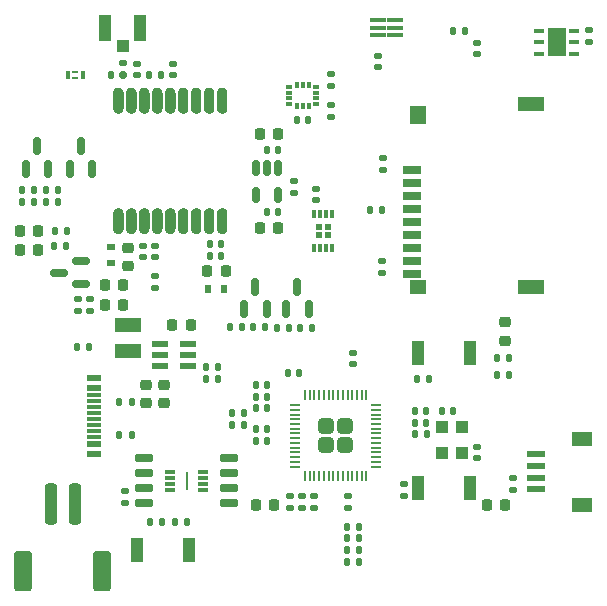
<source format=gbr>
%TF.GenerationSoftware,KiCad,Pcbnew,6.0.11+dfsg-1*%
%TF.CreationDate,2023-11-18T19:10:20+05:30*%
%TF.ProjectId,c3rl-at-r-beta-2,6333726c-2d61-4742-9d72-2d626574612d,rev?*%
%TF.SameCoordinates,Original*%
%TF.FileFunction,Paste,Top*%
%TF.FilePolarity,Positive*%
%FSLAX46Y46*%
G04 Gerber Fmt 4.6, Leading zero omitted, Abs format (unit mm)*
G04 Created by KiCad (PCBNEW 6.0.11+dfsg-1) date 2023-11-18 19:10:20*
%MOMM*%
%LPD*%
G01*
G04 APERTURE LIST*
G04 Aperture macros list*
%AMRoundRect*
0 Rectangle with rounded corners*
0 $1 Rounding radius*
0 $2 $3 $4 $5 $6 $7 $8 $9 X,Y pos of 4 corners*
0 Add a 4 corners polygon primitive as box body*
4,1,4,$2,$3,$4,$5,$6,$7,$8,$9,$2,$3,0*
0 Add four circle primitives for the rounded corners*
1,1,$1+$1,$2,$3*
1,1,$1+$1,$4,$5*
1,1,$1+$1,$6,$7*
1,1,$1+$1,$8,$9*
0 Add four rect primitives between the rounded corners*
20,1,$1+$1,$2,$3,$4,$5,0*
20,1,$1+$1,$4,$5,$6,$7,0*
20,1,$1+$1,$6,$7,$8,$9,0*
20,1,$1+$1,$8,$9,$2,$3,0*%
G04 Aperture macros list end*
%ADD10C,0.000100*%
%ADD11RoundRect,0.150000X0.150000X-0.587500X0.150000X0.587500X-0.150000X0.587500X-0.150000X-0.587500X0*%
%ADD12RoundRect,0.135000X0.185000X-0.135000X0.185000X0.135000X-0.185000X0.135000X-0.185000X-0.135000X0*%
%ADD13RoundRect,0.135000X-0.135000X-0.185000X0.135000X-0.185000X0.135000X0.185000X-0.135000X0.185000X0*%
%ADD14RoundRect,0.135000X0.135000X0.185000X-0.135000X0.185000X-0.135000X-0.185000X0.135000X-0.185000X0*%
%ADD15RoundRect,0.147500X0.147500X0.172500X-0.147500X0.172500X-0.147500X-0.172500X0.147500X-0.172500X0*%
%ADD16R,1.000000X2.000000*%
%ADD17RoundRect,0.225000X-0.225000X-0.250000X0.225000X-0.250000X0.225000X0.250000X-0.225000X0.250000X0*%
%ADD18R,1.340000X0.590000*%
%ADD19RoundRect,0.140000X-0.140000X-0.170000X0.140000X-0.170000X0.140000X0.170000X-0.140000X0.170000X0*%
%ADD20RoundRect,0.250000X-0.250000X-1.500000X0.250000X-1.500000X0.250000X1.500000X-0.250000X1.500000X0*%
%ADD21RoundRect,0.250001X-0.499999X-1.449999X0.499999X-1.449999X0.499999X1.449999X-0.499999X1.449999X0*%
%ADD22RoundRect,0.225000X0.225000X0.250000X-0.225000X0.250000X-0.225000X-0.250000X0.225000X-0.250000X0*%
%ADD23RoundRect,0.140000X0.140000X0.170000X-0.140000X0.170000X-0.140000X-0.170000X0.140000X-0.170000X0*%
%ADD24R,0.350000X0.800000*%
%ADD25R,0.600000X0.260000*%
%ADD26R,0.600000X0.700000*%
%ADD27RoundRect,0.135000X-0.185000X0.135000X-0.185000X-0.135000X0.185000X-0.135000X0.185000X0.135000X0*%
%ADD28RoundRect,0.025600X-0.594400X-0.134400X0.594400X-0.134400X0.594400X0.134400X-0.594400X0.134400X0*%
%ADD29R,0.900000X0.300000*%
%ADD30R,0.250000X1.650000*%
%ADD31RoundRect,0.140000X0.170000X-0.140000X0.170000X0.140000X-0.170000X0.140000X-0.170000X-0.140000X0*%
%ADD32RoundRect,0.140000X-0.170000X0.140000X-0.170000X-0.140000X0.170000X-0.140000X0.170000X0.140000X0*%
%ADD33R,0.600000X0.500000*%
%ADD34R,0.300000X0.750000*%
%ADD35RoundRect,0.218750X-0.218750X-0.256250X0.218750X-0.256250X0.218750X0.256250X-0.218750X0.256250X0*%
%ADD36RoundRect,0.225000X-0.250000X0.225000X-0.250000X-0.225000X0.250000X-0.225000X0.250000X0.225000X0*%
%ADD37R,1.600000X0.700000*%
%ADD38R,1.400000X1.200000*%
%ADD39R,2.200000X1.200000*%
%ADD40R,1.400000X1.600000*%
%ADD41RoundRect,0.225000X0.250000X-0.225000X0.250000X0.225000X-0.250000X0.225000X-0.250000X-0.225000X0*%
%ADD42RoundRect,0.150000X-0.150000X0.512500X-0.150000X-0.512500X0.150000X-0.512500X0.150000X0.512500X0*%
%ADD43RoundRect,0.249999X0.395001X-0.395001X0.395001X0.395001X-0.395001X0.395001X-0.395001X-0.395001X0*%
%ADD44RoundRect,0.050000X0.050000X-0.387500X0.050000X0.387500X-0.050000X0.387500X-0.050000X-0.387500X0*%
%ADD45RoundRect,0.050000X0.387500X-0.050000X0.387500X0.050000X-0.387500X0.050000X-0.387500X-0.050000X0*%
%ADD46RoundRect,0.150000X0.650000X0.150000X-0.650000X0.150000X-0.650000X-0.150000X0.650000X-0.150000X0*%
%ADD47R,1.100000X2.250000*%
%ADD48R,1.050000X1.100000*%
%ADD49R,1.550000X0.600000*%
%ADD50R,1.800000X1.200000*%
%ADD51R,0.610000X0.350000*%
%ADD52R,0.350000X0.610000*%
%ADD53R,0.812800X0.406400*%
%ADD54R,1.600200X2.489200*%
%ADD55RoundRect,0.150000X0.587500X0.150000X-0.587500X0.150000X-0.587500X-0.150000X0.587500X-0.150000X0*%
%ADD56R,0.980000X1.100000*%
%ADD57R,1.150000X0.600000*%
%ADD58R,1.150000X0.300000*%
%ADD59R,0.700000X0.600000*%
G04 APERTURE END LIST*
%TO.C,U1*%
G36*
X84592000Y-92052000D02*
G01*
X84633000Y-92059000D01*
X84674000Y-92070000D01*
X84713000Y-92085000D01*
X84750000Y-92104000D01*
X84785000Y-92126000D01*
X84818000Y-92153000D01*
X84847000Y-92182000D01*
X84874000Y-92215000D01*
X84896000Y-92250000D01*
X84915000Y-92287000D01*
X84930000Y-92326000D01*
X84941000Y-92367000D01*
X84948000Y-92408000D01*
X84950000Y-92450000D01*
X84950000Y-93750000D01*
X84948000Y-93792000D01*
X84941000Y-93833000D01*
X84930000Y-93874000D01*
X84915000Y-93913000D01*
X84896000Y-93950000D01*
X84874000Y-93985000D01*
X84847000Y-94018000D01*
X84818000Y-94047000D01*
X84785000Y-94074000D01*
X84750000Y-94096000D01*
X84713000Y-94115000D01*
X84674000Y-94130000D01*
X84633000Y-94141000D01*
X84592000Y-94148000D01*
X84550000Y-94150000D01*
X84508000Y-94148000D01*
X84467000Y-94141000D01*
X84426000Y-94130000D01*
X84387000Y-94115000D01*
X84350000Y-94096000D01*
X84315000Y-94074000D01*
X84282000Y-94047000D01*
X84253000Y-94018000D01*
X84226000Y-93985000D01*
X84204000Y-93950000D01*
X84185000Y-93913000D01*
X84170000Y-93874000D01*
X84159000Y-93833000D01*
X84152000Y-93792000D01*
X84150000Y-93750000D01*
X84150000Y-92450000D01*
X84152000Y-92408000D01*
X84159000Y-92367000D01*
X84170000Y-92326000D01*
X84185000Y-92287000D01*
X84204000Y-92250000D01*
X84226000Y-92215000D01*
X84253000Y-92182000D01*
X84282000Y-92153000D01*
X84315000Y-92126000D01*
X84350000Y-92104000D01*
X84387000Y-92085000D01*
X84426000Y-92070000D01*
X84467000Y-92059000D01*
X84508000Y-92052000D01*
X84550000Y-92050000D01*
X84592000Y-92052000D01*
G37*
D10*
X84592000Y-92052000D02*
X84633000Y-92059000D01*
X84674000Y-92070000D01*
X84713000Y-92085000D01*
X84750000Y-92104000D01*
X84785000Y-92126000D01*
X84818000Y-92153000D01*
X84847000Y-92182000D01*
X84874000Y-92215000D01*
X84896000Y-92250000D01*
X84915000Y-92287000D01*
X84930000Y-92326000D01*
X84941000Y-92367000D01*
X84948000Y-92408000D01*
X84950000Y-92450000D01*
X84950000Y-93750000D01*
X84948000Y-93792000D01*
X84941000Y-93833000D01*
X84930000Y-93874000D01*
X84915000Y-93913000D01*
X84896000Y-93950000D01*
X84874000Y-93985000D01*
X84847000Y-94018000D01*
X84818000Y-94047000D01*
X84785000Y-94074000D01*
X84750000Y-94096000D01*
X84713000Y-94115000D01*
X84674000Y-94130000D01*
X84633000Y-94141000D01*
X84592000Y-94148000D01*
X84550000Y-94150000D01*
X84508000Y-94148000D01*
X84467000Y-94141000D01*
X84426000Y-94130000D01*
X84387000Y-94115000D01*
X84350000Y-94096000D01*
X84315000Y-94074000D01*
X84282000Y-94047000D01*
X84253000Y-94018000D01*
X84226000Y-93985000D01*
X84204000Y-93950000D01*
X84185000Y-93913000D01*
X84170000Y-93874000D01*
X84159000Y-93833000D01*
X84152000Y-93792000D01*
X84150000Y-93750000D01*
X84150000Y-92450000D01*
X84152000Y-92408000D01*
X84159000Y-92367000D01*
X84170000Y-92326000D01*
X84185000Y-92287000D01*
X84204000Y-92250000D01*
X84226000Y-92215000D01*
X84253000Y-92182000D01*
X84282000Y-92153000D01*
X84315000Y-92126000D01*
X84350000Y-92104000D01*
X84387000Y-92085000D01*
X84426000Y-92070000D01*
X84467000Y-92059000D01*
X84508000Y-92052000D01*
X84550000Y-92050000D01*
X84592000Y-92052000D01*
G36*
X91192000Y-81852000D02*
G01*
X91233000Y-81859000D01*
X91274000Y-81870000D01*
X91313000Y-81885000D01*
X91350000Y-81904000D01*
X91385000Y-81926000D01*
X91418000Y-81953000D01*
X91447000Y-81982000D01*
X91474000Y-82015000D01*
X91496000Y-82050000D01*
X91515000Y-82087000D01*
X91530000Y-82126000D01*
X91541000Y-82167000D01*
X91548000Y-82208000D01*
X91550000Y-82250000D01*
X91550000Y-83550000D01*
X91548000Y-83592000D01*
X91541000Y-83633000D01*
X91530000Y-83674000D01*
X91515000Y-83713000D01*
X91496000Y-83750000D01*
X91474000Y-83785000D01*
X91447000Y-83818000D01*
X91418000Y-83847000D01*
X91385000Y-83874000D01*
X91350000Y-83896000D01*
X91313000Y-83915000D01*
X91274000Y-83930000D01*
X91233000Y-83941000D01*
X91192000Y-83948000D01*
X91150000Y-83950000D01*
X91108000Y-83948000D01*
X91067000Y-83941000D01*
X91026000Y-83930000D01*
X90987000Y-83915000D01*
X90950000Y-83896000D01*
X90915000Y-83874000D01*
X90882000Y-83847000D01*
X90853000Y-83818000D01*
X90826000Y-83785000D01*
X90804000Y-83750000D01*
X90785000Y-83713000D01*
X90770000Y-83674000D01*
X90759000Y-83633000D01*
X90752000Y-83592000D01*
X90750000Y-83550000D01*
X90750000Y-82250000D01*
X90752000Y-82208000D01*
X90759000Y-82167000D01*
X90770000Y-82126000D01*
X90785000Y-82087000D01*
X90804000Y-82050000D01*
X90826000Y-82015000D01*
X90853000Y-81982000D01*
X90882000Y-81953000D01*
X90915000Y-81926000D01*
X90950000Y-81904000D01*
X90987000Y-81885000D01*
X91026000Y-81870000D01*
X91067000Y-81859000D01*
X91108000Y-81852000D01*
X91150000Y-81850000D01*
X91192000Y-81852000D01*
G37*
X91192000Y-81852000D02*
X91233000Y-81859000D01*
X91274000Y-81870000D01*
X91313000Y-81885000D01*
X91350000Y-81904000D01*
X91385000Y-81926000D01*
X91418000Y-81953000D01*
X91447000Y-81982000D01*
X91474000Y-82015000D01*
X91496000Y-82050000D01*
X91515000Y-82087000D01*
X91530000Y-82126000D01*
X91541000Y-82167000D01*
X91548000Y-82208000D01*
X91550000Y-82250000D01*
X91550000Y-83550000D01*
X91548000Y-83592000D01*
X91541000Y-83633000D01*
X91530000Y-83674000D01*
X91515000Y-83713000D01*
X91496000Y-83750000D01*
X91474000Y-83785000D01*
X91447000Y-83818000D01*
X91418000Y-83847000D01*
X91385000Y-83874000D01*
X91350000Y-83896000D01*
X91313000Y-83915000D01*
X91274000Y-83930000D01*
X91233000Y-83941000D01*
X91192000Y-83948000D01*
X91150000Y-83950000D01*
X91108000Y-83948000D01*
X91067000Y-83941000D01*
X91026000Y-83930000D01*
X90987000Y-83915000D01*
X90950000Y-83896000D01*
X90915000Y-83874000D01*
X90882000Y-83847000D01*
X90853000Y-83818000D01*
X90826000Y-83785000D01*
X90804000Y-83750000D01*
X90785000Y-83713000D01*
X90770000Y-83674000D01*
X90759000Y-83633000D01*
X90752000Y-83592000D01*
X90750000Y-83550000D01*
X90750000Y-82250000D01*
X90752000Y-82208000D01*
X90759000Y-82167000D01*
X90770000Y-82126000D01*
X90785000Y-82087000D01*
X90804000Y-82050000D01*
X90826000Y-82015000D01*
X90853000Y-81982000D01*
X90882000Y-81953000D01*
X90915000Y-81926000D01*
X90950000Y-81904000D01*
X90987000Y-81885000D01*
X91026000Y-81870000D01*
X91067000Y-81859000D01*
X91108000Y-81852000D01*
X91150000Y-81850000D01*
X91192000Y-81852000D01*
G36*
X82392000Y-81852000D02*
G01*
X82433000Y-81859000D01*
X82474000Y-81870000D01*
X82513000Y-81885000D01*
X82550000Y-81904000D01*
X82585000Y-81926000D01*
X82618000Y-81953000D01*
X82647000Y-81982000D01*
X82674000Y-82015000D01*
X82696000Y-82050000D01*
X82715000Y-82087000D01*
X82730000Y-82126000D01*
X82741000Y-82167000D01*
X82748000Y-82208000D01*
X82750000Y-82250000D01*
X82750000Y-83550000D01*
X82748000Y-83592000D01*
X82741000Y-83633000D01*
X82730000Y-83674000D01*
X82715000Y-83713000D01*
X82696000Y-83750000D01*
X82674000Y-83785000D01*
X82647000Y-83818000D01*
X82618000Y-83847000D01*
X82585000Y-83874000D01*
X82550000Y-83896000D01*
X82513000Y-83915000D01*
X82474000Y-83930000D01*
X82433000Y-83941000D01*
X82392000Y-83948000D01*
X82350000Y-83950000D01*
X82308000Y-83948000D01*
X82267000Y-83941000D01*
X82226000Y-83930000D01*
X82187000Y-83915000D01*
X82150000Y-83896000D01*
X82115000Y-83874000D01*
X82082000Y-83847000D01*
X82053000Y-83818000D01*
X82026000Y-83785000D01*
X82004000Y-83750000D01*
X81985000Y-83713000D01*
X81970000Y-83674000D01*
X81959000Y-83633000D01*
X81952000Y-83592000D01*
X81950000Y-83550000D01*
X81950000Y-82250000D01*
X81952000Y-82208000D01*
X81959000Y-82167000D01*
X81970000Y-82126000D01*
X81985000Y-82087000D01*
X82004000Y-82050000D01*
X82026000Y-82015000D01*
X82053000Y-81982000D01*
X82082000Y-81953000D01*
X82115000Y-81926000D01*
X82150000Y-81904000D01*
X82187000Y-81885000D01*
X82226000Y-81870000D01*
X82267000Y-81859000D01*
X82308000Y-81852000D01*
X82350000Y-81850000D01*
X82392000Y-81852000D01*
G37*
X82392000Y-81852000D02*
X82433000Y-81859000D01*
X82474000Y-81870000D01*
X82513000Y-81885000D01*
X82550000Y-81904000D01*
X82585000Y-81926000D01*
X82618000Y-81953000D01*
X82647000Y-81982000D01*
X82674000Y-82015000D01*
X82696000Y-82050000D01*
X82715000Y-82087000D01*
X82730000Y-82126000D01*
X82741000Y-82167000D01*
X82748000Y-82208000D01*
X82750000Y-82250000D01*
X82750000Y-83550000D01*
X82748000Y-83592000D01*
X82741000Y-83633000D01*
X82730000Y-83674000D01*
X82715000Y-83713000D01*
X82696000Y-83750000D01*
X82674000Y-83785000D01*
X82647000Y-83818000D01*
X82618000Y-83847000D01*
X82585000Y-83874000D01*
X82550000Y-83896000D01*
X82513000Y-83915000D01*
X82474000Y-83930000D01*
X82433000Y-83941000D01*
X82392000Y-83948000D01*
X82350000Y-83950000D01*
X82308000Y-83948000D01*
X82267000Y-83941000D01*
X82226000Y-83930000D01*
X82187000Y-83915000D01*
X82150000Y-83896000D01*
X82115000Y-83874000D01*
X82082000Y-83847000D01*
X82053000Y-83818000D01*
X82026000Y-83785000D01*
X82004000Y-83750000D01*
X81985000Y-83713000D01*
X81970000Y-83674000D01*
X81959000Y-83633000D01*
X81952000Y-83592000D01*
X81950000Y-83550000D01*
X81950000Y-82250000D01*
X81952000Y-82208000D01*
X81959000Y-82167000D01*
X81970000Y-82126000D01*
X81985000Y-82087000D01*
X82004000Y-82050000D01*
X82026000Y-82015000D01*
X82053000Y-81982000D01*
X82082000Y-81953000D01*
X82115000Y-81926000D01*
X82150000Y-81904000D01*
X82187000Y-81885000D01*
X82226000Y-81870000D01*
X82267000Y-81859000D01*
X82308000Y-81852000D01*
X82350000Y-81850000D01*
X82392000Y-81852000D01*
G36*
X88992000Y-81852000D02*
G01*
X89033000Y-81859000D01*
X89074000Y-81870000D01*
X89113000Y-81885000D01*
X89150000Y-81904000D01*
X89185000Y-81926000D01*
X89218000Y-81953000D01*
X89247000Y-81982000D01*
X89274000Y-82015000D01*
X89296000Y-82050000D01*
X89315000Y-82087000D01*
X89330000Y-82126000D01*
X89341000Y-82167000D01*
X89348000Y-82208000D01*
X89350000Y-82250000D01*
X89350000Y-83550000D01*
X89348000Y-83592000D01*
X89341000Y-83633000D01*
X89330000Y-83674000D01*
X89315000Y-83713000D01*
X89296000Y-83750000D01*
X89274000Y-83785000D01*
X89247000Y-83818000D01*
X89218000Y-83847000D01*
X89185000Y-83874000D01*
X89150000Y-83896000D01*
X89113000Y-83915000D01*
X89074000Y-83930000D01*
X89033000Y-83941000D01*
X88992000Y-83948000D01*
X88950000Y-83950000D01*
X88908000Y-83948000D01*
X88867000Y-83941000D01*
X88826000Y-83930000D01*
X88787000Y-83915000D01*
X88750000Y-83896000D01*
X88715000Y-83874000D01*
X88682000Y-83847000D01*
X88653000Y-83818000D01*
X88626000Y-83785000D01*
X88604000Y-83750000D01*
X88585000Y-83713000D01*
X88570000Y-83674000D01*
X88559000Y-83633000D01*
X88552000Y-83592000D01*
X88550000Y-83550000D01*
X88550000Y-82250000D01*
X88552000Y-82208000D01*
X88559000Y-82167000D01*
X88570000Y-82126000D01*
X88585000Y-82087000D01*
X88604000Y-82050000D01*
X88626000Y-82015000D01*
X88653000Y-81982000D01*
X88682000Y-81953000D01*
X88715000Y-81926000D01*
X88750000Y-81904000D01*
X88787000Y-81885000D01*
X88826000Y-81870000D01*
X88867000Y-81859000D01*
X88908000Y-81852000D01*
X88950000Y-81850000D01*
X88992000Y-81852000D01*
G37*
X88992000Y-81852000D02*
X89033000Y-81859000D01*
X89074000Y-81870000D01*
X89113000Y-81885000D01*
X89150000Y-81904000D01*
X89185000Y-81926000D01*
X89218000Y-81953000D01*
X89247000Y-81982000D01*
X89274000Y-82015000D01*
X89296000Y-82050000D01*
X89315000Y-82087000D01*
X89330000Y-82126000D01*
X89341000Y-82167000D01*
X89348000Y-82208000D01*
X89350000Y-82250000D01*
X89350000Y-83550000D01*
X89348000Y-83592000D01*
X89341000Y-83633000D01*
X89330000Y-83674000D01*
X89315000Y-83713000D01*
X89296000Y-83750000D01*
X89274000Y-83785000D01*
X89247000Y-83818000D01*
X89218000Y-83847000D01*
X89185000Y-83874000D01*
X89150000Y-83896000D01*
X89113000Y-83915000D01*
X89074000Y-83930000D01*
X89033000Y-83941000D01*
X88992000Y-83948000D01*
X88950000Y-83950000D01*
X88908000Y-83948000D01*
X88867000Y-83941000D01*
X88826000Y-83930000D01*
X88787000Y-83915000D01*
X88750000Y-83896000D01*
X88715000Y-83874000D01*
X88682000Y-83847000D01*
X88653000Y-83818000D01*
X88626000Y-83785000D01*
X88604000Y-83750000D01*
X88585000Y-83713000D01*
X88570000Y-83674000D01*
X88559000Y-83633000D01*
X88552000Y-83592000D01*
X88550000Y-83550000D01*
X88550000Y-82250000D01*
X88552000Y-82208000D01*
X88559000Y-82167000D01*
X88570000Y-82126000D01*
X88585000Y-82087000D01*
X88604000Y-82050000D01*
X88626000Y-82015000D01*
X88653000Y-81982000D01*
X88682000Y-81953000D01*
X88715000Y-81926000D01*
X88750000Y-81904000D01*
X88787000Y-81885000D01*
X88826000Y-81870000D01*
X88867000Y-81859000D01*
X88908000Y-81852000D01*
X88950000Y-81850000D01*
X88992000Y-81852000D01*
G36*
X83492000Y-92052000D02*
G01*
X83533000Y-92059000D01*
X83574000Y-92070000D01*
X83613000Y-92085000D01*
X83650000Y-92104000D01*
X83685000Y-92126000D01*
X83718000Y-92153000D01*
X83747000Y-92182000D01*
X83774000Y-92215000D01*
X83796000Y-92250000D01*
X83815000Y-92287000D01*
X83830000Y-92326000D01*
X83841000Y-92367000D01*
X83848000Y-92408000D01*
X83850000Y-92450000D01*
X83850000Y-93750000D01*
X83848000Y-93792000D01*
X83841000Y-93833000D01*
X83830000Y-93874000D01*
X83815000Y-93913000D01*
X83796000Y-93950000D01*
X83774000Y-93985000D01*
X83747000Y-94018000D01*
X83718000Y-94047000D01*
X83685000Y-94074000D01*
X83650000Y-94096000D01*
X83613000Y-94115000D01*
X83574000Y-94130000D01*
X83533000Y-94141000D01*
X83492000Y-94148000D01*
X83450000Y-94150000D01*
X83408000Y-94148000D01*
X83367000Y-94141000D01*
X83326000Y-94130000D01*
X83287000Y-94115000D01*
X83250000Y-94096000D01*
X83215000Y-94074000D01*
X83182000Y-94047000D01*
X83153000Y-94018000D01*
X83126000Y-93985000D01*
X83104000Y-93950000D01*
X83085000Y-93913000D01*
X83070000Y-93874000D01*
X83059000Y-93833000D01*
X83052000Y-93792000D01*
X83050000Y-93750000D01*
X83050000Y-92450000D01*
X83052000Y-92408000D01*
X83059000Y-92367000D01*
X83070000Y-92326000D01*
X83085000Y-92287000D01*
X83104000Y-92250000D01*
X83126000Y-92215000D01*
X83153000Y-92182000D01*
X83182000Y-92153000D01*
X83215000Y-92126000D01*
X83250000Y-92104000D01*
X83287000Y-92085000D01*
X83326000Y-92070000D01*
X83367000Y-92059000D01*
X83408000Y-92052000D01*
X83450000Y-92050000D01*
X83492000Y-92052000D01*
G37*
X83492000Y-92052000D02*
X83533000Y-92059000D01*
X83574000Y-92070000D01*
X83613000Y-92085000D01*
X83650000Y-92104000D01*
X83685000Y-92126000D01*
X83718000Y-92153000D01*
X83747000Y-92182000D01*
X83774000Y-92215000D01*
X83796000Y-92250000D01*
X83815000Y-92287000D01*
X83830000Y-92326000D01*
X83841000Y-92367000D01*
X83848000Y-92408000D01*
X83850000Y-92450000D01*
X83850000Y-93750000D01*
X83848000Y-93792000D01*
X83841000Y-93833000D01*
X83830000Y-93874000D01*
X83815000Y-93913000D01*
X83796000Y-93950000D01*
X83774000Y-93985000D01*
X83747000Y-94018000D01*
X83718000Y-94047000D01*
X83685000Y-94074000D01*
X83650000Y-94096000D01*
X83613000Y-94115000D01*
X83574000Y-94130000D01*
X83533000Y-94141000D01*
X83492000Y-94148000D01*
X83450000Y-94150000D01*
X83408000Y-94148000D01*
X83367000Y-94141000D01*
X83326000Y-94130000D01*
X83287000Y-94115000D01*
X83250000Y-94096000D01*
X83215000Y-94074000D01*
X83182000Y-94047000D01*
X83153000Y-94018000D01*
X83126000Y-93985000D01*
X83104000Y-93950000D01*
X83085000Y-93913000D01*
X83070000Y-93874000D01*
X83059000Y-93833000D01*
X83052000Y-93792000D01*
X83050000Y-93750000D01*
X83050000Y-92450000D01*
X83052000Y-92408000D01*
X83059000Y-92367000D01*
X83070000Y-92326000D01*
X83085000Y-92287000D01*
X83104000Y-92250000D01*
X83126000Y-92215000D01*
X83153000Y-92182000D01*
X83182000Y-92153000D01*
X83215000Y-92126000D01*
X83250000Y-92104000D01*
X83287000Y-92085000D01*
X83326000Y-92070000D01*
X83367000Y-92059000D01*
X83408000Y-92052000D01*
X83450000Y-92050000D01*
X83492000Y-92052000D01*
G36*
X84592000Y-81852000D02*
G01*
X84633000Y-81859000D01*
X84674000Y-81870000D01*
X84713000Y-81885000D01*
X84750000Y-81904000D01*
X84785000Y-81926000D01*
X84818000Y-81953000D01*
X84847000Y-81982000D01*
X84874000Y-82015000D01*
X84896000Y-82050000D01*
X84915000Y-82087000D01*
X84930000Y-82126000D01*
X84941000Y-82167000D01*
X84948000Y-82208000D01*
X84950000Y-82250000D01*
X84950000Y-83550000D01*
X84948000Y-83592000D01*
X84941000Y-83633000D01*
X84930000Y-83674000D01*
X84915000Y-83713000D01*
X84896000Y-83750000D01*
X84874000Y-83785000D01*
X84847000Y-83818000D01*
X84818000Y-83847000D01*
X84785000Y-83874000D01*
X84750000Y-83896000D01*
X84713000Y-83915000D01*
X84674000Y-83930000D01*
X84633000Y-83941000D01*
X84592000Y-83948000D01*
X84550000Y-83950000D01*
X84508000Y-83948000D01*
X84467000Y-83941000D01*
X84426000Y-83930000D01*
X84387000Y-83915000D01*
X84350000Y-83896000D01*
X84315000Y-83874000D01*
X84282000Y-83847000D01*
X84253000Y-83818000D01*
X84226000Y-83785000D01*
X84204000Y-83750000D01*
X84185000Y-83713000D01*
X84170000Y-83674000D01*
X84159000Y-83633000D01*
X84152000Y-83592000D01*
X84150000Y-83550000D01*
X84150000Y-82250000D01*
X84152000Y-82208000D01*
X84159000Y-82167000D01*
X84170000Y-82126000D01*
X84185000Y-82087000D01*
X84204000Y-82050000D01*
X84226000Y-82015000D01*
X84253000Y-81982000D01*
X84282000Y-81953000D01*
X84315000Y-81926000D01*
X84350000Y-81904000D01*
X84387000Y-81885000D01*
X84426000Y-81870000D01*
X84467000Y-81859000D01*
X84508000Y-81852000D01*
X84550000Y-81850000D01*
X84592000Y-81852000D01*
G37*
X84592000Y-81852000D02*
X84633000Y-81859000D01*
X84674000Y-81870000D01*
X84713000Y-81885000D01*
X84750000Y-81904000D01*
X84785000Y-81926000D01*
X84818000Y-81953000D01*
X84847000Y-81982000D01*
X84874000Y-82015000D01*
X84896000Y-82050000D01*
X84915000Y-82087000D01*
X84930000Y-82126000D01*
X84941000Y-82167000D01*
X84948000Y-82208000D01*
X84950000Y-82250000D01*
X84950000Y-83550000D01*
X84948000Y-83592000D01*
X84941000Y-83633000D01*
X84930000Y-83674000D01*
X84915000Y-83713000D01*
X84896000Y-83750000D01*
X84874000Y-83785000D01*
X84847000Y-83818000D01*
X84818000Y-83847000D01*
X84785000Y-83874000D01*
X84750000Y-83896000D01*
X84713000Y-83915000D01*
X84674000Y-83930000D01*
X84633000Y-83941000D01*
X84592000Y-83948000D01*
X84550000Y-83950000D01*
X84508000Y-83948000D01*
X84467000Y-83941000D01*
X84426000Y-83930000D01*
X84387000Y-83915000D01*
X84350000Y-83896000D01*
X84315000Y-83874000D01*
X84282000Y-83847000D01*
X84253000Y-83818000D01*
X84226000Y-83785000D01*
X84204000Y-83750000D01*
X84185000Y-83713000D01*
X84170000Y-83674000D01*
X84159000Y-83633000D01*
X84152000Y-83592000D01*
X84150000Y-83550000D01*
X84150000Y-82250000D01*
X84152000Y-82208000D01*
X84159000Y-82167000D01*
X84170000Y-82126000D01*
X84185000Y-82087000D01*
X84204000Y-82050000D01*
X84226000Y-82015000D01*
X84253000Y-81982000D01*
X84282000Y-81953000D01*
X84315000Y-81926000D01*
X84350000Y-81904000D01*
X84387000Y-81885000D01*
X84426000Y-81870000D01*
X84467000Y-81859000D01*
X84508000Y-81852000D01*
X84550000Y-81850000D01*
X84592000Y-81852000D01*
G36*
X85692000Y-81852000D02*
G01*
X85733000Y-81859000D01*
X85774000Y-81870000D01*
X85813000Y-81885000D01*
X85850000Y-81904000D01*
X85885000Y-81926000D01*
X85918000Y-81953000D01*
X85947000Y-81982000D01*
X85974000Y-82015000D01*
X85996000Y-82050000D01*
X86015000Y-82087000D01*
X86030000Y-82126000D01*
X86041000Y-82167000D01*
X86048000Y-82208000D01*
X86050000Y-82250000D01*
X86050000Y-83550000D01*
X86048000Y-83592000D01*
X86041000Y-83633000D01*
X86030000Y-83674000D01*
X86015000Y-83713000D01*
X85996000Y-83750000D01*
X85974000Y-83785000D01*
X85947000Y-83818000D01*
X85918000Y-83847000D01*
X85885000Y-83874000D01*
X85850000Y-83896000D01*
X85813000Y-83915000D01*
X85774000Y-83930000D01*
X85733000Y-83941000D01*
X85692000Y-83948000D01*
X85650000Y-83950000D01*
X85608000Y-83948000D01*
X85567000Y-83941000D01*
X85526000Y-83930000D01*
X85487000Y-83915000D01*
X85450000Y-83896000D01*
X85415000Y-83874000D01*
X85382000Y-83847000D01*
X85353000Y-83818000D01*
X85326000Y-83785000D01*
X85304000Y-83750000D01*
X85285000Y-83713000D01*
X85270000Y-83674000D01*
X85259000Y-83633000D01*
X85252000Y-83592000D01*
X85250000Y-83550000D01*
X85250000Y-82250000D01*
X85252000Y-82208000D01*
X85259000Y-82167000D01*
X85270000Y-82126000D01*
X85285000Y-82087000D01*
X85304000Y-82050000D01*
X85326000Y-82015000D01*
X85353000Y-81982000D01*
X85382000Y-81953000D01*
X85415000Y-81926000D01*
X85450000Y-81904000D01*
X85487000Y-81885000D01*
X85526000Y-81870000D01*
X85567000Y-81859000D01*
X85608000Y-81852000D01*
X85650000Y-81850000D01*
X85692000Y-81852000D01*
G37*
X85692000Y-81852000D02*
X85733000Y-81859000D01*
X85774000Y-81870000D01*
X85813000Y-81885000D01*
X85850000Y-81904000D01*
X85885000Y-81926000D01*
X85918000Y-81953000D01*
X85947000Y-81982000D01*
X85974000Y-82015000D01*
X85996000Y-82050000D01*
X86015000Y-82087000D01*
X86030000Y-82126000D01*
X86041000Y-82167000D01*
X86048000Y-82208000D01*
X86050000Y-82250000D01*
X86050000Y-83550000D01*
X86048000Y-83592000D01*
X86041000Y-83633000D01*
X86030000Y-83674000D01*
X86015000Y-83713000D01*
X85996000Y-83750000D01*
X85974000Y-83785000D01*
X85947000Y-83818000D01*
X85918000Y-83847000D01*
X85885000Y-83874000D01*
X85850000Y-83896000D01*
X85813000Y-83915000D01*
X85774000Y-83930000D01*
X85733000Y-83941000D01*
X85692000Y-83948000D01*
X85650000Y-83950000D01*
X85608000Y-83948000D01*
X85567000Y-83941000D01*
X85526000Y-83930000D01*
X85487000Y-83915000D01*
X85450000Y-83896000D01*
X85415000Y-83874000D01*
X85382000Y-83847000D01*
X85353000Y-83818000D01*
X85326000Y-83785000D01*
X85304000Y-83750000D01*
X85285000Y-83713000D01*
X85270000Y-83674000D01*
X85259000Y-83633000D01*
X85252000Y-83592000D01*
X85250000Y-83550000D01*
X85250000Y-82250000D01*
X85252000Y-82208000D01*
X85259000Y-82167000D01*
X85270000Y-82126000D01*
X85285000Y-82087000D01*
X85304000Y-82050000D01*
X85326000Y-82015000D01*
X85353000Y-81982000D01*
X85382000Y-81953000D01*
X85415000Y-81926000D01*
X85450000Y-81904000D01*
X85487000Y-81885000D01*
X85526000Y-81870000D01*
X85567000Y-81859000D01*
X85608000Y-81852000D01*
X85650000Y-81850000D01*
X85692000Y-81852000D01*
G36*
X87892000Y-81852000D02*
G01*
X87933000Y-81859000D01*
X87974000Y-81870000D01*
X88013000Y-81885000D01*
X88050000Y-81904000D01*
X88085000Y-81926000D01*
X88118000Y-81953000D01*
X88147000Y-81982000D01*
X88174000Y-82015000D01*
X88196000Y-82050000D01*
X88215000Y-82087000D01*
X88230000Y-82126000D01*
X88241000Y-82167000D01*
X88248000Y-82208000D01*
X88250000Y-82250000D01*
X88250000Y-83550000D01*
X88248000Y-83592000D01*
X88241000Y-83633000D01*
X88230000Y-83674000D01*
X88215000Y-83713000D01*
X88196000Y-83750000D01*
X88174000Y-83785000D01*
X88147000Y-83818000D01*
X88118000Y-83847000D01*
X88085000Y-83874000D01*
X88050000Y-83896000D01*
X88013000Y-83915000D01*
X87974000Y-83930000D01*
X87933000Y-83941000D01*
X87892000Y-83948000D01*
X87850000Y-83950000D01*
X87808000Y-83948000D01*
X87767000Y-83941000D01*
X87726000Y-83930000D01*
X87687000Y-83915000D01*
X87650000Y-83896000D01*
X87615000Y-83874000D01*
X87582000Y-83847000D01*
X87553000Y-83818000D01*
X87526000Y-83785000D01*
X87504000Y-83750000D01*
X87485000Y-83713000D01*
X87470000Y-83674000D01*
X87459000Y-83633000D01*
X87452000Y-83592000D01*
X87450000Y-83550000D01*
X87450000Y-82250000D01*
X87452000Y-82208000D01*
X87459000Y-82167000D01*
X87470000Y-82126000D01*
X87485000Y-82087000D01*
X87504000Y-82050000D01*
X87526000Y-82015000D01*
X87553000Y-81982000D01*
X87582000Y-81953000D01*
X87615000Y-81926000D01*
X87650000Y-81904000D01*
X87687000Y-81885000D01*
X87726000Y-81870000D01*
X87767000Y-81859000D01*
X87808000Y-81852000D01*
X87850000Y-81850000D01*
X87892000Y-81852000D01*
G37*
X87892000Y-81852000D02*
X87933000Y-81859000D01*
X87974000Y-81870000D01*
X88013000Y-81885000D01*
X88050000Y-81904000D01*
X88085000Y-81926000D01*
X88118000Y-81953000D01*
X88147000Y-81982000D01*
X88174000Y-82015000D01*
X88196000Y-82050000D01*
X88215000Y-82087000D01*
X88230000Y-82126000D01*
X88241000Y-82167000D01*
X88248000Y-82208000D01*
X88250000Y-82250000D01*
X88250000Y-83550000D01*
X88248000Y-83592000D01*
X88241000Y-83633000D01*
X88230000Y-83674000D01*
X88215000Y-83713000D01*
X88196000Y-83750000D01*
X88174000Y-83785000D01*
X88147000Y-83818000D01*
X88118000Y-83847000D01*
X88085000Y-83874000D01*
X88050000Y-83896000D01*
X88013000Y-83915000D01*
X87974000Y-83930000D01*
X87933000Y-83941000D01*
X87892000Y-83948000D01*
X87850000Y-83950000D01*
X87808000Y-83948000D01*
X87767000Y-83941000D01*
X87726000Y-83930000D01*
X87687000Y-83915000D01*
X87650000Y-83896000D01*
X87615000Y-83874000D01*
X87582000Y-83847000D01*
X87553000Y-83818000D01*
X87526000Y-83785000D01*
X87504000Y-83750000D01*
X87485000Y-83713000D01*
X87470000Y-83674000D01*
X87459000Y-83633000D01*
X87452000Y-83592000D01*
X87450000Y-83550000D01*
X87450000Y-82250000D01*
X87452000Y-82208000D01*
X87459000Y-82167000D01*
X87470000Y-82126000D01*
X87485000Y-82087000D01*
X87504000Y-82050000D01*
X87526000Y-82015000D01*
X87553000Y-81982000D01*
X87582000Y-81953000D01*
X87615000Y-81926000D01*
X87650000Y-81904000D01*
X87687000Y-81885000D01*
X87726000Y-81870000D01*
X87767000Y-81859000D01*
X87808000Y-81852000D01*
X87850000Y-81850000D01*
X87892000Y-81852000D01*
G36*
X91192000Y-92052000D02*
G01*
X91233000Y-92059000D01*
X91274000Y-92070000D01*
X91313000Y-92085000D01*
X91350000Y-92104000D01*
X91385000Y-92126000D01*
X91418000Y-92153000D01*
X91447000Y-92182000D01*
X91474000Y-92215000D01*
X91496000Y-92250000D01*
X91515000Y-92287000D01*
X91530000Y-92326000D01*
X91541000Y-92367000D01*
X91548000Y-92408000D01*
X91550000Y-92450000D01*
X91550000Y-93750000D01*
X91548000Y-93792000D01*
X91541000Y-93833000D01*
X91530000Y-93874000D01*
X91515000Y-93913000D01*
X91496000Y-93950000D01*
X91474000Y-93985000D01*
X91447000Y-94018000D01*
X91418000Y-94047000D01*
X91385000Y-94074000D01*
X91350000Y-94096000D01*
X91313000Y-94115000D01*
X91274000Y-94130000D01*
X91233000Y-94141000D01*
X91192000Y-94148000D01*
X91150000Y-94150000D01*
X91108000Y-94148000D01*
X91067000Y-94141000D01*
X91026000Y-94130000D01*
X90987000Y-94115000D01*
X90950000Y-94096000D01*
X90915000Y-94074000D01*
X90882000Y-94047000D01*
X90853000Y-94018000D01*
X90826000Y-93985000D01*
X90804000Y-93950000D01*
X90785000Y-93913000D01*
X90770000Y-93874000D01*
X90759000Y-93833000D01*
X90752000Y-93792000D01*
X90750000Y-93750000D01*
X90750000Y-92450000D01*
X90752000Y-92408000D01*
X90759000Y-92367000D01*
X90770000Y-92326000D01*
X90785000Y-92287000D01*
X90804000Y-92250000D01*
X90826000Y-92215000D01*
X90853000Y-92182000D01*
X90882000Y-92153000D01*
X90915000Y-92126000D01*
X90950000Y-92104000D01*
X90987000Y-92085000D01*
X91026000Y-92070000D01*
X91067000Y-92059000D01*
X91108000Y-92052000D01*
X91150000Y-92050000D01*
X91192000Y-92052000D01*
G37*
X91192000Y-92052000D02*
X91233000Y-92059000D01*
X91274000Y-92070000D01*
X91313000Y-92085000D01*
X91350000Y-92104000D01*
X91385000Y-92126000D01*
X91418000Y-92153000D01*
X91447000Y-92182000D01*
X91474000Y-92215000D01*
X91496000Y-92250000D01*
X91515000Y-92287000D01*
X91530000Y-92326000D01*
X91541000Y-92367000D01*
X91548000Y-92408000D01*
X91550000Y-92450000D01*
X91550000Y-93750000D01*
X91548000Y-93792000D01*
X91541000Y-93833000D01*
X91530000Y-93874000D01*
X91515000Y-93913000D01*
X91496000Y-93950000D01*
X91474000Y-93985000D01*
X91447000Y-94018000D01*
X91418000Y-94047000D01*
X91385000Y-94074000D01*
X91350000Y-94096000D01*
X91313000Y-94115000D01*
X91274000Y-94130000D01*
X91233000Y-94141000D01*
X91192000Y-94148000D01*
X91150000Y-94150000D01*
X91108000Y-94148000D01*
X91067000Y-94141000D01*
X91026000Y-94130000D01*
X90987000Y-94115000D01*
X90950000Y-94096000D01*
X90915000Y-94074000D01*
X90882000Y-94047000D01*
X90853000Y-94018000D01*
X90826000Y-93985000D01*
X90804000Y-93950000D01*
X90785000Y-93913000D01*
X90770000Y-93874000D01*
X90759000Y-93833000D01*
X90752000Y-93792000D01*
X90750000Y-93750000D01*
X90750000Y-92450000D01*
X90752000Y-92408000D01*
X90759000Y-92367000D01*
X90770000Y-92326000D01*
X90785000Y-92287000D01*
X90804000Y-92250000D01*
X90826000Y-92215000D01*
X90853000Y-92182000D01*
X90882000Y-92153000D01*
X90915000Y-92126000D01*
X90950000Y-92104000D01*
X90987000Y-92085000D01*
X91026000Y-92070000D01*
X91067000Y-92059000D01*
X91108000Y-92052000D01*
X91150000Y-92050000D01*
X91192000Y-92052000D01*
G36*
X90092000Y-81852000D02*
G01*
X90133000Y-81859000D01*
X90174000Y-81870000D01*
X90213000Y-81885000D01*
X90250000Y-81904000D01*
X90285000Y-81926000D01*
X90318000Y-81953000D01*
X90347000Y-81982000D01*
X90374000Y-82015000D01*
X90396000Y-82050000D01*
X90415000Y-82087000D01*
X90430000Y-82126000D01*
X90441000Y-82167000D01*
X90448000Y-82208000D01*
X90450000Y-82250000D01*
X90450000Y-83550000D01*
X90448000Y-83592000D01*
X90441000Y-83633000D01*
X90430000Y-83674000D01*
X90415000Y-83713000D01*
X90396000Y-83750000D01*
X90374000Y-83785000D01*
X90347000Y-83818000D01*
X90318000Y-83847000D01*
X90285000Y-83874000D01*
X90250000Y-83896000D01*
X90213000Y-83915000D01*
X90174000Y-83930000D01*
X90133000Y-83941000D01*
X90092000Y-83948000D01*
X90050000Y-83950000D01*
X90008000Y-83948000D01*
X89967000Y-83941000D01*
X89926000Y-83930000D01*
X89887000Y-83915000D01*
X89850000Y-83896000D01*
X89815000Y-83874000D01*
X89782000Y-83847000D01*
X89753000Y-83818000D01*
X89726000Y-83785000D01*
X89704000Y-83750000D01*
X89685000Y-83713000D01*
X89670000Y-83674000D01*
X89659000Y-83633000D01*
X89652000Y-83592000D01*
X89650000Y-83550000D01*
X89650000Y-82250000D01*
X89652000Y-82208000D01*
X89659000Y-82167000D01*
X89670000Y-82126000D01*
X89685000Y-82087000D01*
X89704000Y-82050000D01*
X89726000Y-82015000D01*
X89753000Y-81982000D01*
X89782000Y-81953000D01*
X89815000Y-81926000D01*
X89850000Y-81904000D01*
X89887000Y-81885000D01*
X89926000Y-81870000D01*
X89967000Y-81859000D01*
X90008000Y-81852000D01*
X90050000Y-81850000D01*
X90092000Y-81852000D01*
G37*
X90092000Y-81852000D02*
X90133000Y-81859000D01*
X90174000Y-81870000D01*
X90213000Y-81885000D01*
X90250000Y-81904000D01*
X90285000Y-81926000D01*
X90318000Y-81953000D01*
X90347000Y-81982000D01*
X90374000Y-82015000D01*
X90396000Y-82050000D01*
X90415000Y-82087000D01*
X90430000Y-82126000D01*
X90441000Y-82167000D01*
X90448000Y-82208000D01*
X90450000Y-82250000D01*
X90450000Y-83550000D01*
X90448000Y-83592000D01*
X90441000Y-83633000D01*
X90430000Y-83674000D01*
X90415000Y-83713000D01*
X90396000Y-83750000D01*
X90374000Y-83785000D01*
X90347000Y-83818000D01*
X90318000Y-83847000D01*
X90285000Y-83874000D01*
X90250000Y-83896000D01*
X90213000Y-83915000D01*
X90174000Y-83930000D01*
X90133000Y-83941000D01*
X90092000Y-83948000D01*
X90050000Y-83950000D01*
X90008000Y-83948000D01*
X89967000Y-83941000D01*
X89926000Y-83930000D01*
X89887000Y-83915000D01*
X89850000Y-83896000D01*
X89815000Y-83874000D01*
X89782000Y-83847000D01*
X89753000Y-83818000D01*
X89726000Y-83785000D01*
X89704000Y-83750000D01*
X89685000Y-83713000D01*
X89670000Y-83674000D01*
X89659000Y-83633000D01*
X89652000Y-83592000D01*
X89650000Y-83550000D01*
X89650000Y-82250000D01*
X89652000Y-82208000D01*
X89659000Y-82167000D01*
X89670000Y-82126000D01*
X89685000Y-82087000D01*
X89704000Y-82050000D01*
X89726000Y-82015000D01*
X89753000Y-81982000D01*
X89782000Y-81953000D01*
X89815000Y-81926000D01*
X89850000Y-81904000D01*
X89887000Y-81885000D01*
X89926000Y-81870000D01*
X89967000Y-81859000D01*
X90008000Y-81852000D01*
X90050000Y-81850000D01*
X90092000Y-81852000D01*
G36*
X83492000Y-81852000D02*
G01*
X83533000Y-81859000D01*
X83574000Y-81870000D01*
X83613000Y-81885000D01*
X83650000Y-81904000D01*
X83685000Y-81926000D01*
X83718000Y-81953000D01*
X83747000Y-81982000D01*
X83774000Y-82015000D01*
X83796000Y-82050000D01*
X83815000Y-82087000D01*
X83830000Y-82126000D01*
X83841000Y-82167000D01*
X83848000Y-82208000D01*
X83850000Y-82250000D01*
X83850000Y-83550000D01*
X83848000Y-83592000D01*
X83841000Y-83633000D01*
X83830000Y-83674000D01*
X83815000Y-83713000D01*
X83796000Y-83750000D01*
X83774000Y-83785000D01*
X83747000Y-83818000D01*
X83718000Y-83847000D01*
X83685000Y-83874000D01*
X83650000Y-83896000D01*
X83613000Y-83915000D01*
X83574000Y-83930000D01*
X83533000Y-83941000D01*
X83492000Y-83948000D01*
X83450000Y-83950000D01*
X83408000Y-83948000D01*
X83367000Y-83941000D01*
X83326000Y-83930000D01*
X83287000Y-83915000D01*
X83250000Y-83896000D01*
X83215000Y-83874000D01*
X83182000Y-83847000D01*
X83153000Y-83818000D01*
X83126000Y-83785000D01*
X83104000Y-83750000D01*
X83085000Y-83713000D01*
X83070000Y-83674000D01*
X83059000Y-83633000D01*
X83052000Y-83592000D01*
X83050000Y-83550000D01*
X83050000Y-82250000D01*
X83052000Y-82208000D01*
X83059000Y-82167000D01*
X83070000Y-82126000D01*
X83085000Y-82087000D01*
X83104000Y-82050000D01*
X83126000Y-82015000D01*
X83153000Y-81982000D01*
X83182000Y-81953000D01*
X83215000Y-81926000D01*
X83250000Y-81904000D01*
X83287000Y-81885000D01*
X83326000Y-81870000D01*
X83367000Y-81859000D01*
X83408000Y-81852000D01*
X83450000Y-81850000D01*
X83492000Y-81852000D01*
G37*
X83492000Y-81852000D02*
X83533000Y-81859000D01*
X83574000Y-81870000D01*
X83613000Y-81885000D01*
X83650000Y-81904000D01*
X83685000Y-81926000D01*
X83718000Y-81953000D01*
X83747000Y-81982000D01*
X83774000Y-82015000D01*
X83796000Y-82050000D01*
X83815000Y-82087000D01*
X83830000Y-82126000D01*
X83841000Y-82167000D01*
X83848000Y-82208000D01*
X83850000Y-82250000D01*
X83850000Y-83550000D01*
X83848000Y-83592000D01*
X83841000Y-83633000D01*
X83830000Y-83674000D01*
X83815000Y-83713000D01*
X83796000Y-83750000D01*
X83774000Y-83785000D01*
X83747000Y-83818000D01*
X83718000Y-83847000D01*
X83685000Y-83874000D01*
X83650000Y-83896000D01*
X83613000Y-83915000D01*
X83574000Y-83930000D01*
X83533000Y-83941000D01*
X83492000Y-83948000D01*
X83450000Y-83950000D01*
X83408000Y-83948000D01*
X83367000Y-83941000D01*
X83326000Y-83930000D01*
X83287000Y-83915000D01*
X83250000Y-83896000D01*
X83215000Y-83874000D01*
X83182000Y-83847000D01*
X83153000Y-83818000D01*
X83126000Y-83785000D01*
X83104000Y-83750000D01*
X83085000Y-83713000D01*
X83070000Y-83674000D01*
X83059000Y-83633000D01*
X83052000Y-83592000D01*
X83050000Y-83550000D01*
X83050000Y-82250000D01*
X83052000Y-82208000D01*
X83059000Y-82167000D01*
X83070000Y-82126000D01*
X83085000Y-82087000D01*
X83104000Y-82050000D01*
X83126000Y-82015000D01*
X83153000Y-81982000D01*
X83182000Y-81953000D01*
X83215000Y-81926000D01*
X83250000Y-81904000D01*
X83287000Y-81885000D01*
X83326000Y-81870000D01*
X83367000Y-81859000D01*
X83408000Y-81852000D01*
X83450000Y-81850000D01*
X83492000Y-81852000D01*
G36*
X88992000Y-92052000D02*
G01*
X89033000Y-92059000D01*
X89074000Y-92070000D01*
X89113000Y-92085000D01*
X89150000Y-92104000D01*
X89185000Y-92126000D01*
X89218000Y-92153000D01*
X89247000Y-92182000D01*
X89274000Y-92215000D01*
X89296000Y-92250000D01*
X89315000Y-92287000D01*
X89330000Y-92326000D01*
X89341000Y-92367000D01*
X89348000Y-92408000D01*
X89350000Y-92450000D01*
X89350000Y-93750000D01*
X89348000Y-93792000D01*
X89341000Y-93833000D01*
X89330000Y-93874000D01*
X89315000Y-93913000D01*
X89296000Y-93950000D01*
X89274000Y-93985000D01*
X89247000Y-94018000D01*
X89218000Y-94047000D01*
X89185000Y-94074000D01*
X89150000Y-94096000D01*
X89113000Y-94115000D01*
X89074000Y-94130000D01*
X89033000Y-94141000D01*
X88992000Y-94148000D01*
X88950000Y-94150000D01*
X88908000Y-94148000D01*
X88867000Y-94141000D01*
X88826000Y-94130000D01*
X88787000Y-94115000D01*
X88750000Y-94096000D01*
X88715000Y-94074000D01*
X88682000Y-94047000D01*
X88653000Y-94018000D01*
X88626000Y-93985000D01*
X88604000Y-93950000D01*
X88585000Y-93913000D01*
X88570000Y-93874000D01*
X88559000Y-93833000D01*
X88552000Y-93792000D01*
X88550000Y-93750000D01*
X88550000Y-92450000D01*
X88552000Y-92408000D01*
X88559000Y-92367000D01*
X88570000Y-92326000D01*
X88585000Y-92287000D01*
X88604000Y-92250000D01*
X88626000Y-92215000D01*
X88653000Y-92182000D01*
X88682000Y-92153000D01*
X88715000Y-92126000D01*
X88750000Y-92104000D01*
X88787000Y-92085000D01*
X88826000Y-92070000D01*
X88867000Y-92059000D01*
X88908000Y-92052000D01*
X88950000Y-92050000D01*
X88992000Y-92052000D01*
G37*
X88992000Y-92052000D02*
X89033000Y-92059000D01*
X89074000Y-92070000D01*
X89113000Y-92085000D01*
X89150000Y-92104000D01*
X89185000Y-92126000D01*
X89218000Y-92153000D01*
X89247000Y-92182000D01*
X89274000Y-92215000D01*
X89296000Y-92250000D01*
X89315000Y-92287000D01*
X89330000Y-92326000D01*
X89341000Y-92367000D01*
X89348000Y-92408000D01*
X89350000Y-92450000D01*
X89350000Y-93750000D01*
X89348000Y-93792000D01*
X89341000Y-93833000D01*
X89330000Y-93874000D01*
X89315000Y-93913000D01*
X89296000Y-93950000D01*
X89274000Y-93985000D01*
X89247000Y-94018000D01*
X89218000Y-94047000D01*
X89185000Y-94074000D01*
X89150000Y-94096000D01*
X89113000Y-94115000D01*
X89074000Y-94130000D01*
X89033000Y-94141000D01*
X88992000Y-94148000D01*
X88950000Y-94150000D01*
X88908000Y-94148000D01*
X88867000Y-94141000D01*
X88826000Y-94130000D01*
X88787000Y-94115000D01*
X88750000Y-94096000D01*
X88715000Y-94074000D01*
X88682000Y-94047000D01*
X88653000Y-94018000D01*
X88626000Y-93985000D01*
X88604000Y-93950000D01*
X88585000Y-93913000D01*
X88570000Y-93874000D01*
X88559000Y-93833000D01*
X88552000Y-93792000D01*
X88550000Y-93750000D01*
X88550000Y-92450000D01*
X88552000Y-92408000D01*
X88559000Y-92367000D01*
X88570000Y-92326000D01*
X88585000Y-92287000D01*
X88604000Y-92250000D01*
X88626000Y-92215000D01*
X88653000Y-92182000D01*
X88682000Y-92153000D01*
X88715000Y-92126000D01*
X88750000Y-92104000D01*
X88787000Y-92085000D01*
X88826000Y-92070000D01*
X88867000Y-92059000D01*
X88908000Y-92052000D01*
X88950000Y-92050000D01*
X88992000Y-92052000D01*
G36*
X86792000Y-81852000D02*
G01*
X86833000Y-81859000D01*
X86874000Y-81870000D01*
X86913000Y-81885000D01*
X86950000Y-81904000D01*
X86985000Y-81926000D01*
X87018000Y-81953000D01*
X87047000Y-81982000D01*
X87074000Y-82015000D01*
X87096000Y-82050000D01*
X87115000Y-82087000D01*
X87130000Y-82126000D01*
X87141000Y-82167000D01*
X87148000Y-82208000D01*
X87150000Y-82250000D01*
X87150000Y-83550000D01*
X87148000Y-83592000D01*
X87141000Y-83633000D01*
X87130000Y-83674000D01*
X87115000Y-83713000D01*
X87096000Y-83750000D01*
X87074000Y-83785000D01*
X87047000Y-83818000D01*
X87018000Y-83847000D01*
X86985000Y-83874000D01*
X86950000Y-83896000D01*
X86913000Y-83915000D01*
X86874000Y-83930000D01*
X86833000Y-83941000D01*
X86792000Y-83948000D01*
X86750000Y-83950000D01*
X86708000Y-83948000D01*
X86667000Y-83941000D01*
X86626000Y-83930000D01*
X86587000Y-83915000D01*
X86550000Y-83896000D01*
X86515000Y-83874000D01*
X86482000Y-83847000D01*
X86453000Y-83818000D01*
X86426000Y-83785000D01*
X86404000Y-83750000D01*
X86385000Y-83713000D01*
X86370000Y-83674000D01*
X86359000Y-83633000D01*
X86352000Y-83592000D01*
X86350000Y-83550000D01*
X86350000Y-82250000D01*
X86352000Y-82208000D01*
X86359000Y-82167000D01*
X86370000Y-82126000D01*
X86385000Y-82087000D01*
X86404000Y-82050000D01*
X86426000Y-82015000D01*
X86453000Y-81982000D01*
X86482000Y-81953000D01*
X86515000Y-81926000D01*
X86550000Y-81904000D01*
X86587000Y-81885000D01*
X86626000Y-81870000D01*
X86667000Y-81859000D01*
X86708000Y-81852000D01*
X86750000Y-81850000D01*
X86792000Y-81852000D01*
G37*
X86792000Y-81852000D02*
X86833000Y-81859000D01*
X86874000Y-81870000D01*
X86913000Y-81885000D01*
X86950000Y-81904000D01*
X86985000Y-81926000D01*
X87018000Y-81953000D01*
X87047000Y-81982000D01*
X87074000Y-82015000D01*
X87096000Y-82050000D01*
X87115000Y-82087000D01*
X87130000Y-82126000D01*
X87141000Y-82167000D01*
X87148000Y-82208000D01*
X87150000Y-82250000D01*
X87150000Y-83550000D01*
X87148000Y-83592000D01*
X87141000Y-83633000D01*
X87130000Y-83674000D01*
X87115000Y-83713000D01*
X87096000Y-83750000D01*
X87074000Y-83785000D01*
X87047000Y-83818000D01*
X87018000Y-83847000D01*
X86985000Y-83874000D01*
X86950000Y-83896000D01*
X86913000Y-83915000D01*
X86874000Y-83930000D01*
X86833000Y-83941000D01*
X86792000Y-83948000D01*
X86750000Y-83950000D01*
X86708000Y-83948000D01*
X86667000Y-83941000D01*
X86626000Y-83930000D01*
X86587000Y-83915000D01*
X86550000Y-83896000D01*
X86515000Y-83874000D01*
X86482000Y-83847000D01*
X86453000Y-83818000D01*
X86426000Y-83785000D01*
X86404000Y-83750000D01*
X86385000Y-83713000D01*
X86370000Y-83674000D01*
X86359000Y-83633000D01*
X86352000Y-83592000D01*
X86350000Y-83550000D01*
X86350000Y-82250000D01*
X86352000Y-82208000D01*
X86359000Y-82167000D01*
X86370000Y-82126000D01*
X86385000Y-82087000D01*
X86404000Y-82050000D01*
X86426000Y-82015000D01*
X86453000Y-81982000D01*
X86482000Y-81953000D01*
X86515000Y-81926000D01*
X86550000Y-81904000D01*
X86587000Y-81885000D01*
X86626000Y-81870000D01*
X86667000Y-81859000D01*
X86708000Y-81852000D01*
X86750000Y-81850000D01*
X86792000Y-81852000D01*
G36*
X87892000Y-92052000D02*
G01*
X87933000Y-92059000D01*
X87974000Y-92070000D01*
X88013000Y-92085000D01*
X88050000Y-92104000D01*
X88085000Y-92126000D01*
X88118000Y-92153000D01*
X88147000Y-92182000D01*
X88174000Y-92215000D01*
X88196000Y-92250000D01*
X88215000Y-92287000D01*
X88230000Y-92326000D01*
X88241000Y-92367000D01*
X88248000Y-92408000D01*
X88250000Y-92450000D01*
X88250000Y-93750000D01*
X88248000Y-93792000D01*
X88241000Y-93833000D01*
X88230000Y-93874000D01*
X88215000Y-93913000D01*
X88196000Y-93950000D01*
X88174000Y-93985000D01*
X88147000Y-94018000D01*
X88118000Y-94047000D01*
X88085000Y-94074000D01*
X88050000Y-94096000D01*
X88013000Y-94115000D01*
X87974000Y-94130000D01*
X87933000Y-94141000D01*
X87892000Y-94148000D01*
X87850000Y-94150000D01*
X87808000Y-94148000D01*
X87767000Y-94141000D01*
X87726000Y-94130000D01*
X87687000Y-94115000D01*
X87650000Y-94096000D01*
X87615000Y-94074000D01*
X87582000Y-94047000D01*
X87553000Y-94018000D01*
X87526000Y-93985000D01*
X87504000Y-93950000D01*
X87485000Y-93913000D01*
X87470000Y-93874000D01*
X87459000Y-93833000D01*
X87452000Y-93792000D01*
X87450000Y-93750000D01*
X87450000Y-92450000D01*
X87452000Y-92408000D01*
X87459000Y-92367000D01*
X87470000Y-92326000D01*
X87485000Y-92287000D01*
X87504000Y-92250000D01*
X87526000Y-92215000D01*
X87553000Y-92182000D01*
X87582000Y-92153000D01*
X87615000Y-92126000D01*
X87650000Y-92104000D01*
X87687000Y-92085000D01*
X87726000Y-92070000D01*
X87767000Y-92059000D01*
X87808000Y-92052000D01*
X87850000Y-92050000D01*
X87892000Y-92052000D01*
G37*
X87892000Y-92052000D02*
X87933000Y-92059000D01*
X87974000Y-92070000D01*
X88013000Y-92085000D01*
X88050000Y-92104000D01*
X88085000Y-92126000D01*
X88118000Y-92153000D01*
X88147000Y-92182000D01*
X88174000Y-92215000D01*
X88196000Y-92250000D01*
X88215000Y-92287000D01*
X88230000Y-92326000D01*
X88241000Y-92367000D01*
X88248000Y-92408000D01*
X88250000Y-92450000D01*
X88250000Y-93750000D01*
X88248000Y-93792000D01*
X88241000Y-93833000D01*
X88230000Y-93874000D01*
X88215000Y-93913000D01*
X88196000Y-93950000D01*
X88174000Y-93985000D01*
X88147000Y-94018000D01*
X88118000Y-94047000D01*
X88085000Y-94074000D01*
X88050000Y-94096000D01*
X88013000Y-94115000D01*
X87974000Y-94130000D01*
X87933000Y-94141000D01*
X87892000Y-94148000D01*
X87850000Y-94150000D01*
X87808000Y-94148000D01*
X87767000Y-94141000D01*
X87726000Y-94130000D01*
X87687000Y-94115000D01*
X87650000Y-94096000D01*
X87615000Y-94074000D01*
X87582000Y-94047000D01*
X87553000Y-94018000D01*
X87526000Y-93985000D01*
X87504000Y-93950000D01*
X87485000Y-93913000D01*
X87470000Y-93874000D01*
X87459000Y-93833000D01*
X87452000Y-93792000D01*
X87450000Y-93750000D01*
X87450000Y-92450000D01*
X87452000Y-92408000D01*
X87459000Y-92367000D01*
X87470000Y-92326000D01*
X87485000Y-92287000D01*
X87504000Y-92250000D01*
X87526000Y-92215000D01*
X87553000Y-92182000D01*
X87582000Y-92153000D01*
X87615000Y-92126000D01*
X87650000Y-92104000D01*
X87687000Y-92085000D01*
X87726000Y-92070000D01*
X87767000Y-92059000D01*
X87808000Y-92052000D01*
X87850000Y-92050000D01*
X87892000Y-92052000D01*
G36*
X86792000Y-92052000D02*
G01*
X86833000Y-92059000D01*
X86874000Y-92070000D01*
X86913000Y-92085000D01*
X86950000Y-92104000D01*
X86985000Y-92126000D01*
X87018000Y-92153000D01*
X87047000Y-92182000D01*
X87074000Y-92215000D01*
X87096000Y-92250000D01*
X87115000Y-92287000D01*
X87130000Y-92326000D01*
X87141000Y-92367000D01*
X87148000Y-92408000D01*
X87150000Y-92450000D01*
X87150000Y-93750000D01*
X87148000Y-93792000D01*
X87141000Y-93833000D01*
X87130000Y-93874000D01*
X87115000Y-93913000D01*
X87096000Y-93950000D01*
X87074000Y-93985000D01*
X87047000Y-94018000D01*
X87018000Y-94047000D01*
X86985000Y-94074000D01*
X86950000Y-94096000D01*
X86913000Y-94115000D01*
X86874000Y-94130000D01*
X86833000Y-94141000D01*
X86792000Y-94148000D01*
X86750000Y-94150000D01*
X86708000Y-94148000D01*
X86667000Y-94141000D01*
X86626000Y-94130000D01*
X86587000Y-94115000D01*
X86550000Y-94096000D01*
X86515000Y-94074000D01*
X86482000Y-94047000D01*
X86453000Y-94018000D01*
X86426000Y-93985000D01*
X86404000Y-93950000D01*
X86385000Y-93913000D01*
X86370000Y-93874000D01*
X86359000Y-93833000D01*
X86352000Y-93792000D01*
X86350000Y-93750000D01*
X86350000Y-92450000D01*
X86352000Y-92408000D01*
X86359000Y-92367000D01*
X86370000Y-92326000D01*
X86385000Y-92287000D01*
X86404000Y-92250000D01*
X86426000Y-92215000D01*
X86453000Y-92182000D01*
X86482000Y-92153000D01*
X86515000Y-92126000D01*
X86550000Y-92104000D01*
X86587000Y-92085000D01*
X86626000Y-92070000D01*
X86667000Y-92059000D01*
X86708000Y-92052000D01*
X86750000Y-92050000D01*
X86792000Y-92052000D01*
G37*
X86792000Y-92052000D02*
X86833000Y-92059000D01*
X86874000Y-92070000D01*
X86913000Y-92085000D01*
X86950000Y-92104000D01*
X86985000Y-92126000D01*
X87018000Y-92153000D01*
X87047000Y-92182000D01*
X87074000Y-92215000D01*
X87096000Y-92250000D01*
X87115000Y-92287000D01*
X87130000Y-92326000D01*
X87141000Y-92367000D01*
X87148000Y-92408000D01*
X87150000Y-92450000D01*
X87150000Y-93750000D01*
X87148000Y-93792000D01*
X87141000Y-93833000D01*
X87130000Y-93874000D01*
X87115000Y-93913000D01*
X87096000Y-93950000D01*
X87074000Y-93985000D01*
X87047000Y-94018000D01*
X87018000Y-94047000D01*
X86985000Y-94074000D01*
X86950000Y-94096000D01*
X86913000Y-94115000D01*
X86874000Y-94130000D01*
X86833000Y-94141000D01*
X86792000Y-94148000D01*
X86750000Y-94150000D01*
X86708000Y-94148000D01*
X86667000Y-94141000D01*
X86626000Y-94130000D01*
X86587000Y-94115000D01*
X86550000Y-94096000D01*
X86515000Y-94074000D01*
X86482000Y-94047000D01*
X86453000Y-94018000D01*
X86426000Y-93985000D01*
X86404000Y-93950000D01*
X86385000Y-93913000D01*
X86370000Y-93874000D01*
X86359000Y-93833000D01*
X86352000Y-93792000D01*
X86350000Y-93750000D01*
X86350000Y-92450000D01*
X86352000Y-92408000D01*
X86359000Y-92367000D01*
X86370000Y-92326000D01*
X86385000Y-92287000D01*
X86404000Y-92250000D01*
X86426000Y-92215000D01*
X86453000Y-92182000D01*
X86482000Y-92153000D01*
X86515000Y-92126000D01*
X86550000Y-92104000D01*
X86587000Y-92085000D01*
X86626000Y-92070000D01*
X86667000Y-92059000D01*
X86708000Y-92052000D01*
X86750000Y-92050000D01*
X86792000Y-92052000D01*
G36*
X82392000Y-92052000D02*
G01*
X82433000Y-92059000D01*
X82474000Y-92070000D01*
X82513000Y-92085000D01*
X82550000Y-92104000D01*
X82585000Y-92126000D01*
X82618000Y-92153000D01*
X82647000Y-92182000D01*
X82674000Y-92215000D01*
X82696000Y-92250000D01*
X82715000Y-92287000D01*
X82730000Y-92326000D01*
X82741000Y-92367000D01*
X82748000Y-92408000D01*
X82750000Y-92450000D01*
X82750000Y-93750000D01*
X82748000Y-93792000D01*
X82741000Y-93833000D01*
X82730000Y-93874000D01*
X82715000Y-93913000D01*
X82696000Y-93950000D01*
X82674000Y-93985000D01*
X82647000Y-94018000D01*
X82618000Y-94047000D01*
X82585000Y-94074000D01*
X82550000Y-94096000D01*
X82513000Y-94115000D01*
X82474000Y-94130000D01*
X82433000Y-94141000D01*
X82392000Y-94148000D01*
X82350000Y-94150000D01*
X82308000Y-94148000D01*
X82267000Y-94141000D01*
X82226000Y-94130000D01*
X82187000Y-94115000D01*
X82150000Y-94096000D01*
X82115000Y-94074000D01*
X82082000Y-94047000D01*
X82053000Y-94018000D01*
X82026000Y-93985000D01*
X82004000Y-93950000D01*
X81985000Y-93913000D01*
X81970000Y-93874000D01*
X81959000Y-93833000D01*
X81952000Y-93792000D01*
X81950000Y-93750000D01*
X81950000Y-92450000D01*
X81952000Y-92408000D01*
X81959000Y-92367000D01*
X81970000Y-92326000D01*
X81985000Y-92287000D01*
X82004000Y-92250000D01*
X82026000Y-92215000D01*
X82053000Y-92182000D01*
X82082000Y-92153000D01*
X82115000Y-92126000D01*
X82150000Y-92104000D01*
X82187000Y-92085000D01*
X82226000Y-92070000D01*
X82267000Y-92059000D01*
X82308000Y-92052000D01*
X82350000Y-92050000D01*
X82392000Y-92052000D01*
G37*
X82392000Y-92052000D02*
X82433000Y-92059000D01*
X82474000Y-92070000D01*
X82513000Y-92085000D01*
X82550000Y-92104000D01*
X82585000Y-92126000D01*
X82618000Y-92153000D01*
X82647000Y-92182000D01*
X82674000Y-92215000D01*
X82696000Y-92250000D01*
X82715000Y-92287000D01*
X82730000Y-92326000D01*
X82741000Y-92367000D01*
X82748000Y-92408000D01*
X82750000Y-92450000D01*
X82750000Y-93750000D01*
X82748000Y-93792000D01*
X82741000Y-93833000D01*
X82730000Y-93874000D01*
X82715000Y-93913000D01*
X82696000Y-93950000D01*
X82674000Y-93985000D01*
X82647000Y-94018000D01*
X82618000Y-94047000D01*
X82585000Y-94074000D01*
X82550000Y-94096000D01*
X82513000Y-94115000D01*
X82474000Y-94130000D01*
X82433000Y-94141000D01*
X82392000Y-94148000D01*
X82350000Y-94150000D01*
X82308000Y-94148000D01*
X82267000Y-94141000D01*
X82226000Y-94130000D01*
X82187000Y-94115000D01*
X82150000Y-94096000D01*
X82115000Y-94074000D01*
X82082000Y-94047000D01*
X82053000Y-94018000D01*
X82026000Y-93985000D01*
X82004000Y-93950000D01*
X81985000Y-93913000D01*
X81970000Y-93874000D01*
X81959000Y-93833000D01*
X81952000Y-93792000D01*
X81950000Y-93750000D01*
X81950000Y-92450000D01*
X81952000Y-92408000D01*
X81959000Y-92367000D01*
X81970000Y-92326000D01*
X81985000Y-92287000D01*
X82004000Y-92250000D01*
X82026000Y-92215000D01*
X82053000Y-92182000D01*
X82082000Y-92153000D01*
X82115000Y-92126000D01*
X82150000Y-92104000D01*
X82187000Y-92085000D01*
X82226000Y-92070000D01*
X82267000Y-92059000D01*
X82308000Y-92052000D01*
X82350000Y-92050000D01*
X82392000Y-92052000D01*
G36*
X85692000Y-92052000D02*
G01*
X85733000Y-92059000D01*
X85774000Y-92070000D01*
X85813000Y-92085000D01*
X85850000Y-92104000D01*
X85885000Y-92126000D01*
X85918000Y-92153000D01*
X85947000Y-92182000D01*
X85974000Y-92215000D01*
X85996000Y-92250000D01*
X86015000Y-92287000D01*
X86030000Y-92326000D01*
X86041000Y-92367000D01*
X86048000Y-92408000D01*
X86050000Y-92450000D01*
X86050000Y-93750000D01*
X86048000Y-93792000D01*
X86041000Y-93833000D01*
X86030000Y-93874000D01*
X86015000Y-93913000D01*
X85996000Y-93950000D01*
X85974000Y-93985000D01*
X85947000Y-94018000D01*
X85918000Y-94047000D01*
X85885000Y-94074000D01*
X85850000Y-94096000D01*
X85813000Y-94115000D01*
X85774000Y-94130000D01*
X85733000Y-94141000D01*
X85692000Y-94148000D01*
X85650000Y-94150000D01*
X85608000Y-94148000D01*
X85567000Y-94141000D01*
X85526000Y-94130000D01*
X85487000Y-94115000D01*
X85450000Y-94096000D01*
X85415000Y-94074000D01*
X85382000Y-94047000D01*
X85353000Y-94018000D01*
X85326000Y-93985000D01*
X85304000Y-93950000D01*
X85285000Y-93913000D01*
X85270000Y-93874000D01*
X85259000Y-93833000D01*
X85252000Y-93792000D01*
X85250000Y-93750000D01*
X85250000Y-92450000D01*
X85252000Y-92408000D01*
X85259000Y-92367000D01*
X85270000Y-92326000D01*
X85285000Y-92287000D01*
X85304000Y-92250000D01*
X85326000Y-92215000D01*
X85353000Y-92182000D01*
X85382000Y-92153000D01*
X85415000Y-92126000D01*
X85450000Y-92104000D01*
X85487000Y-92085000D01*
X85526000Y-92070000D01*
X85567000Y-92059000D01*
X85608000Y-92052000D01*
X85650000Y-92050000D01*
X85692000Y-92052000D01*
G37*
X85692000Y-92052000D02*
X85733000Y-92059000D01*
X85774000Y-92070000D01*
X85813000Y-92085000D01*
X85850000Y-92104000D01*
X85885000Y-92126000D01*
X85918000Y-92153000D01*
X85947000Y-92182000D01*
X85974000Y-92215000D01*
X85996000Y-92250000D01*
X86015000Y-92287000D01*
X86030000Y-92326000D01*
X86041000Y-92367000D01*
X86048000Y-92408000D01*
X86050000Y-92450000D01*
X86050000Y-93750000D01*
X86048000Y-93792000D01*
X86041000Y-93833000D01*
X86030000Y-93874000D01*
X86015000Y-93913000D01*
X85996000Y-93950000D01*
X85974000Y-93985000D01*
X85947000Y-94018000D01*
X85918000Y-94047000D01*
X85885000Y-94074000D01*
X85850000Y-94096000D01*
X85813000Y-94115000D01*
X85774000Y-94130000D01*
X85733000Y-94141000D01*
X85692000Y-94148000D01*
X85650000Y-94150000D01*
X85608000Y-94148000D01*
X85567000Y-94141000D01*
X85526000Y-94130000D01*
X85487000Y-94115000D01*
X85450000Y-94096000D01*
X85415000Y-94074000D01*
X85382000Y-94047000D01*
X85353000Y-94018000D01*
X85326000Y-93985000D01*
X85304000Y-93950000D01*
X85285000Y-93913000D01*
X85270000Y-93874000D01*
X85259000Y-93833000D01*
X85252000Y-93792000D01*
X85250000Y-93750000D01*
X85250000Y-92450000D01*
X85252000Y-92408000D01*
X85259000Y-92367000D01*
X85270000Y-92326000D01*
X85285000Y-92287000D01*
X85304000Y-92250000D01*
X85326000Y-92215000D01*
X85353000Y-92182000D01*
X85382000Y-92153000D01*
X85415000Y-92126000D01*
X85450000Y-92104000D01*
X85487000Y-92085000D01*
X85526000Y-92070000D01*
X85567000Y-92059000D01*
X85608000Y-92052000D01*
X85650000Y-92050000D01*
X85692000Y-92052000D01*
G36*
X90092000Y-92052000D02*
G01*
X90133000Y-92059000D01*
X90174000Y-92070000D01*
X90213000Y-92085000D01*
X90250000Y-92104000D01*
X90285000Y-92126000D01*
X90318000Y-92153000D01*
X90347000Y-92182000D01*
X90374000Y-92215000D01*
X90396000Y-92250000D01*
X90415000Y-92287000D01*
X90430000Y-92326000D01*
X90441000Y-92367000D01*
X90448000Y-92408000D01*
X90450000Y-92450000D01*
X90450000Y-93750000D01*
X90448000Y-93792000D01*
X90441000Y-93833000D01*
X90430000Y-93874000D01*
X90415000Y-93913000D01*
X90396000Y-93950000D01*
X90374000Y-93985000D01*
X90347000Y-94018000D01*
X90318000Y-94047000D01*
X90285000Y-94074000D01*
X90250000Y-94096000D01*
X90213000Y-94115000D01*
X90174000Y-94130000D01*
X90133000Y-94141000D01*
X90092000Y-94148000D01*
X90050000Y-94150000D01*
X90008000Y-94148000D01*
X89967000Y-94141000D01*
X89926000Y-94130000D01*
X89887000Y-94115000D01*
X89850000Y-94096000D01*
X89815000Y-94074000D01*
X89782000Y-94047000D01*
X89753000Y-94018000D01*
X89726000Y-93985000D01*
X89704000Y-93950000D01*
X89685000Y-93913000D01*
X89670000Y-93874000D01*
X89659000Y-93833000D01*
X89652000Y-93792000D01*
X89650000Y-93750000D01*
X89650000Y-92450000D01*
X89652000Y-92408000D01*
X89659000Y-92367000D01*
X89670000Y-92326000D01*
X89685000Y-92287000D01*
X89704000Y-92250000D01*
X89726000Y-92215000D01*
X89753000Y-92182000D01*
X89782000Y-92153000D01*
X89815000Y-92126000D01*
X89850000Y-92104000D01*
X89887000Y-92085000D01*
X89926000Y-92070000D01*
X89967000Y-92059000D01*
X90008000Y-92052000D01*
X90050000Y-92050000D01*
X90092000Y-92052000D01*
G37*
X90092000Y-92052000D02*
X90133000Y-92059000D01*
X90174000Y-92070000D01*
X90213000Y-92085000D01*
X90250000Y-92104000D01*
X90285000Y-92126000D01*
X90318000Y-92153000D01*
X90347000Y-92182000D01*
X90374000Y-92215000D01*
X90396000Y-92250000D01*
X90415000Y-92287000D01*
X90430000Y-92326000D01*
X90441000Y-92367000D01*
X90448000Y-92408000D01*
X90450000Y-92450000D01*
X90450000Y-93750000D01*
X90448000Y-93792000D01*
X90441000Y-93833000D01*
X90430000Y-93874000D01*
X90415000Y-93913000D01*
X90396000Y-93950000D01*
X90374000Y-93985000D01*
X90347000Y-94018000D01*
X90318000Y-94047000D01*
X90285000Y-94074000D01*
X90250000Y-94096000D01*
X90213000Y-94115000D01*
X90174000Y-94130000D01*
X90133000Y-94141000D01*
X90092000Y-94148000D01*
X90050000Y-94150000D01*
X90008000Y-94148000D01*
X89967000Y-94141000D01*
X89926000Y-94130000D01*
X89887000Y-94115000D01*
X89850000Y-94096000D01*
X89815000Y-94074000D01*
X89782000Y-94047000D01*
X89753000Y-94018000D01*
X89726000Y-93985000D01*
X89704000Y-93950000D01*
X89685000Y-93913000D01*
X89670000Y-93874000D01*
X89659000Y-93833000D01*
X89652000Y-93792000D01*
X89650000Y-93750000D01*
X89650000Y-92450000D01*
X89652000Y-92408000D01*
X89659000Y-92367000D01*
X89670000Y-92326000D01*
X89685000Y-92287000D01*
X89704000Y-92250000D01*
X89726000Y-92215000D01*
X89753000Y-92182000D01*
X89782000Y-92153000D01*
X89815000Y-92126000D01*
X89850000Y-92104000D01*
X89887000Y-92085000D01*
X89926000Y-92070000D01*
X89967000Y-92059000D01*
X90008000Y-92052000D01*
X90050000Y-92050000D01*
X90092000Y-92052000D01*
%TD*%
D11*
%TO.C,Q5*%
X96600000Y-100570000D03*
X98500000Y-100570000D03*
X97550000Y-98695000D03*
%TD*%
D12*
%TO.C,R39*%
X82750000Y-80770000D03*
X82750000Y-79750000D03*
%TD*%
D13*
%TO.C,R21*%
X78890000Y-103812500D03*
X79910000Y-103812500D03*
%TD*%
D11*
%TO.C,Q3*%
X78300000Y-88687500D03*
X80200000Y-88687500D03*
X79250000Y-86812500D03*
%TD*%
D13*
%TO.C,R27*%
X97810000Y-102142500D03*
X98830000Y-102142500D03*
%TD*%
D14*
%TO.C,R34*%
X115510000Y-104700000D03*
X114490000Y-104700000D03*
%TD*%
D13*
%TO.C,R38*%
X89790000Y-106540000D03*
X90810000Y-106540000D03*
%TD*%
D15*
%TO.C,L1*%
X85970000Y-80770000D03*
X85000000Y-80770000D03*
%TD*%
D16*
%TO.C,SW1*%
X107800000Y-115750000D03*
X112200000Y-115750000D03*
%TD*%
D17*
%TO.C,C29*%
X94025000Y-117200000D03*
X95575000Y-117200000D03*
%TD*%
D18*
%TO.C,U6*%
X85925000Y-103520000D03*
X85925000Y-104470000D03*
X85925000Y-105420000D03*
X88305000Y-105420000D03*
X88305000Y-104470000D03*
X88305000Y-103520000D03*
%TD*%
D19*
%TO.C,C3*%
X90120000Y-95100000D03*
X91080000Y-95100000D03*
%TD*%
D20*
%TO.C,J10*%
X76700000Y-117050000D03*
X78700000Y-117050000D03*
D21*
X74350000Y-122800000D03*
X81050000Y-122800000D03*
%TD*%
D13*
%TO.C,R11*%
X101760000Y-120000000D03*
X102780000Y-120000000D03*
%TD*%
D22*
%TO.C,C34*%
X82775000Y-98550000D03*
X81225000Y-98550000D03*
%TD*%
D23*
%TO.C,C6*%
X94980000Y-109000000D03*
X94020000Y-109000000D03*
%TD*%
D24*
%TO.C,ANT1*%
X78125000Y-80770000D03*
X79375000Y-80770000D03*
D25*
X78750000Y-80535000D03*
X78750000Y-81005000D03*
%TD*%
D26*
%TO.C,D4*%
X89950000Y-98900000D03*
X91350000Y-98900000D03*
%TD*%
D27*
%TO.C,R33*%
X115800000Y-114890000D03*
X115800000Y-115910000D03*
%TD*%
D11*
%TO.C,Q2*%
X93050000Y-100570000D03*
X94950000Y-100570000D03*
X94000000Y-98695000D03*
%TD*%
D28*
%TO.C,U7*%
X104355000Y-76100000D03*
X104355000Y-76750000D03*
X104355000Y-77400000D03*
X105845000Y-77400000D03*
X105845000Y-76750000D03*
X105845000Y-76100000D03*
%TD*%
D29*
%TO.C,IC1*%
X89600000Y-115887500D03*
X89600000Y-115387500D03*
X89600000Y-114887500D03*
X89600000Y-114387500D03*
X86800000Y-114387500D03*
X86800000Y-114887500D03*
X86800000Y-115387500D03*
X86800000Y-115887500D03*
D30*
X88200000Y-115137500D03*
%TD*%
D19*
%TO.C,C2*%
X90120000Y-96100000D03*
X91080000Y-96100000D03*
%TD*%
D23*
%TO.C,C9*%
X97730000Y-106000000D03*
X96770000Y-106000000D03*
%TD*%
%TO.C,C13*%
X110740000Y-109200000D03*
X109780000Y-109200000D03*
%TD*%
D31*
%TO.C,C22*%
X104400000Y-80100000D03*
X104400000Y-79140000D03*
%TD*%
D32*
%TO.C,C17*%
X96950000Y-116432500D03*
X96950000Y-117392500D03*
%TD*%
%TO.C,C20*%
X83000000Y-116020000D03*
X83000000Y-116980000D03*
%TD*%
D27*
%TO.C,R13*%
X100400000Y-80690000D03*
X100400000Y-81710000D03*
%TD*%
%TO.C,R7*%
X97950000Y-116402500D03*
X97950000Y-117422500D03*
%TD*%
D12*
%TO.C,R2*%
X80000000Y-100760000D03*
X80000000Y-99740000D03*
%TD*%
%TO.C,R29*%
X97250000Y-90760000D03*
X97250000Y-89740000D03*
%TD*%
D14*
%TO.C,R37*%
X90810000Y-105500000D03*
X89790000Y-105500000D03*
%TD*%
D22*
%TO.C,C32*%
X88525000Y-101900000D03*
X86975000Y-101900000D03*
%TD*%
D23*
%TO.C,C37*%
X95930000Y-92400000D03*
X94970000Y-92400000D03*
%TD*%
D31*
%TO.C,C35*%
X84500000Y-96170000D03*
X84500000Y-95210000D03*
%TD*%
D17*
%TO.C,C1*%
X89925000Y-97400000D03*
X91475000Y-97400000D03*
%TD*%
D13*
%TO.C,R26*%
X74230000Y-90500000D03*
X75250000Y-90500000D03*
%TD*%
D14*
%TO.C,R24*%
X75250000Y-91500000D03*
X74230000Y-91500000D03*
%TD*%
D19*
%TO.C,C4*%
X107510000Y-109200000D03*
X108470000Y-109200000D03*
%TD*%
D13*
%TO.C,R12*%
X101760000Y-119000000D03*
X102780000Y-119000000D03*
%TD*%
%TO.C,R25*%
X76240000Y-90500000D03*
X77260000Y-90500000D03*
%TD*%
D31*
%TO.C,C36*%
X85500000Y-96170000D03*
X85500000Y-95210000D03*
%TD*%
D33*
%TO.C,U5*%
X99375000Y-93675000D03*
X99375000Y-94325000D03*
X100125000Y-93675000D03*
X100125000Y-94325000D03*
D34*
X99000000Y-95450000D03*
X99500000Y-95450000D03*
X100000000Y-95450000D03*
X100500000Y-95450000D03*
X100500000Y-92550000D03*
X100000000Y-92550000D03*
X99500000Y-92550000D03*
X99000000Y-92550000D03*
%TD*%
D35*
%TO.C,D1*%
X74047500Y-93940000D03*
X75622500Y-93940000D03*
%TD*%
D23*
%TO.C,C40*%
X95930000Y-87100000D03*
X94970000Y-87100000D03*
%TD*%
%TO.C,C14*%
X94980000Y-110750000D03*
X94020000Y-110750000D03*
%TD*%
%TO.C,C8*%
X94980000Y-107000000D03*
X94020000Y-107000000D03*
%TD*%
D32*
%TO.C,C27*%
X83990000Y-79810000D03*
X83990000Y-80770000D03*
%TD*%
D27*
%TO.C,R17*%
X106600000Y-115380000D03*
X106600000Y-116400000D03*
%TD*%
D14*
%TO.C,R23*%
X77250000Y-91500000D03*
X76230000Y-91500000D03*
%TD*%
D23*
%TO.C,C15*%
X104680000Y-92200000D03*
X103720000Y-92200000D03*
%TD*%
D14*
%TO.C,R20*%
X83510000Y-111250000D03*
X82490000Y-111250000D03*
%TD*%
D23*
%TO.C,C5*%
X94980000Y-111762500D03*
X94020000Y-111762500D03*
%TD*%
D36*
%TO.C,C30*%
X115100000Y-101700000D03*
X115100000Y-103250000D03*
%TD*%
D23*
%TO.C,C7*%
X95000000Y-108000000D03*
X94040000Y-108000000D03*
%TD*%
D19*
%TO.C,C24*%
X97520000Y-84600000D03*
X98480000Y-84600000D03*
%TD*%
D13*
%TO.C,R10*%
X101750000Y-121000000D03*
X102770000Y-121000000D03*
%TD*%
%TO.C,R14*%
X93820000Y-102132500D03*
X94840000Y-102132500D03*
%TD*%
D37*
%TO.C,J7*%
X107250000Y-88800000D03*
X107250000Y-89900000D03*
X107250000Y-91000000D03*
X107250000Y-92100000D03*
X107250000Y-93200000D03*
X107250000Y-94300000D03*
X107250000Y-95400000D03*
X107250000Y-96500000D03*
X107250000Y-97600000D03*
D38*
X107750000Y-98750000D03*
D39*
X117350000Y-98750000D03*
X117350000Y-83250000D03*
D40*
X107750000Y-84150000D03*
%TD*%
D27*
%TO.C,R1*%
X79000000Y-99740000D03*
X79000000Y-100760000D03*
%TD*%
%TO.C,R44*%
X85500000Y-97790000D03*
X85500000Y-98810000D03*
%TD*%
D14*
%TO.C,R22*%
X82760000Y-80785000D03*
X81740000Y-80785000D03*
%TD*%
D41*
%TO.C,C11*%
X83250000Y-96925000D03*
X83250000Y-95375000D03*
%TD*%
D42*
%TO.C,U4*%
X95950000Y-88612500D03*
X95000000Y-88612500D03*
X94050000Y-88612500D03*
X94050000Y-90887500D03*
X95950000Y-90887500D03*
%TD*%
D43*
%TO.C,U3*%
X100000000Y-110512500D03*
X101600000Y-110512500D03*
X100000000Y-112112500D03*
X101600000Y-112112500D03*
D44*
X98200000Y-114750000D03*
X98600000Y-114750000D03*
X99000000Y-114750000D03*
X99400000Y-114750000D03*
X99800000Y-114750000D03*
X100200000Y-114750000D03*
X100600000Y-114750000D03*
X101000000Y-114750000D03*
X101400000Y-114750000D03*
X101800000Y-114750000D03*
X102200000Y-114750000D03*
X102600000Y-114750000D03*
X103000000Y-114750000D03*
X103400000Y-114750000D03*
D45*
X104237500Y-113912500D03*
X104237500Y-113512500D03*
X104237500Y-113112500D03*
X104237500Y-112712500D03*
X104237500Y-112312500D03*
X104237500Y-111912500D03*
X104237500Y-111512500D03*
X104237500Y-111112500D03*
X104237500Y-110712500D03*
X104237500Y-110312500D03*
X104237500Y-109912500D03*
X104237500Y-109512500D03*
X104237500Y-109112500D03*
X104237500Y-108712500D03*
D44*
X103400000Y-107875000D03*
X103000000Y-107875000D03*
X102600000Y-107875000D03*
X102200000Y-107875000D03*
X101800000Y-107875000D03*
X101400000Y-107875000D03*
X101000000Y-107875000D03*
X100600000Y-107875000D03*
X100200000Y-107875000D03*
X99800000Y-107875000D03*
X99400000Y-107875000D03*
X99000000Y-107875000D03*
X98600000Y-107875000D03*
X98200000Y-107875000D03*
D45*
X97362500Y-108712500D03*
X97362500Y-109112500D03*
X97362500Y-109512500D03*
X97362500Y-109912500D03*
X97362500Y-110312500D03*
X97362500Y-110712500D03*
X97362500Y-111112500D03*
X97362500Y-111512500D03*
X97362500Y-111912500D03*
X97362500Y-112312500D03*
X97362500Y-112712500D03*
X97362500Y-113112500D03*
X97362500Y-113512500D03*
X97362500Y-113912500D03*
%TD*%
D13*
%TO.C,R15*%
X91840000Y-102132500D03*
X92860000Y-102132500D03*
%TD*%
D39*
%TO.C,L2*%
X83250000Y-104100000D03*
X83250000Y-101900000D03*
%TD*%
D13*
%TO.C,R6*%
X92020000Y-109400000D03*
X93040000Y-109400000D03*
%TD*%
D46*
%TO.C,U2*%
X91800000Y-117042500D03*
X91800000Y-115772500D03*
X91800000Y-114502500D03*
X91800000Y-113232500D03*
X84600000Y-113232500D03*
X84600000Y-114502500D03*
X84600000Y-115772500D03*
X84600000Y-117042500D03*
%TD*%
D17*
%TO.C,C38*%
X94375000Y-93700000D03*
X95925000Y-93700000D03*
%TD*%
D27*
%TO.C,R31*%
X104800000Y-87790000D03*
X104800000Y-88810000D03*
%TD*%
D14*
%TO.C,R35*%
X115510000Y-106200000D03*
X114490000Y-106200000D03*
%TD*%
D16*
%TO.C,SW2*%
X107800000Y-104340000D03*
X112200000Y-104340000D03*
%TD*%
D47*
%TO.C,J6*%
X81275000Y-76770000D03*
X84225000Y-76770000D03*
D48*
X82750000Y-78320000D03*
%TD*%
D41*
%TO.C,C31*%
X86300000Y-108550000D03*
X86300000Y-107000000D03*
%TD*%
D13*
%TO.C,R36*%
X87180000Y-118600000D03*
X88200000Y-118600000D03*
%TD*%
D49*
%TO.C,J8*%
X117750000Y-115850000D03*
X117750000Y-114850000D03*
X117750000Y-113850000D03*
X117750000Y-112850000D03*
D50*
X121625000Y-117150000D03*
X121625000Y-111550000D03*
%TD*%
D13*
%TO.C,R42*%
X85090000Y-118600000D03*
X86110000Y-118600000D03*
%TD*%
D51*
%TO.C,U8*%
X96840000Y-81750000D03*
X96840000Y-82250000D03*
X96840000Y-82750000D03*
X96840000Y-83250000D03*
D52*
X97500000Y-83410000D03*
X98000000Y-83410000D03*
X98500000Y-83410000D03*
D51*
X99160000Y-83250000D03*
X99160000Y-82750000D03*
X99160000Y-82250000D03*
X99160000Y-81750000D03*
D52*
X98500000Y-81590000D03*
X98000000Y-81590000D03*
X97500000Y-81590000D03*
%TD*%
D13*
%TO.C,R9*%
X101750000Y-122000000D03*
X102770000Y-122000000D03*
%TD*%
D17*
%TO.C,C28*%
X113600000Y-117200000D03*
X115150000Y-117200000D03*
%TD*%
D13*
%TO.C,R19*%
X82490000Y-108412500D03*
X83510000Y-108412500D03*
%TD*%
D31*
%TO.C,C10*%
X102250000Y-105230000D03*
X102250000Y-104270000D03*
%TD*%
D13*
%TO.C,R5*%
X92020000Y-110400000D03*
X93040000Y-110400000D03*
%TD*%
D31*
%TO.C,C25*%
X112750000Y-78980000D03*
X112750000Y-78020000D03*
%TD*%
D14*
%TO.C,R41*%
X111760000Y-77000000D03*
X110740000Y-77000000D03*
%TD*%
D32*
%TO.C,C19*%
X101800000Y-116440000D03*
X101800000Y-117400000D03*
%TD*%
D35*
%TO.C,D2*%
X74037500Y-95620000D03*
X75612500Y-95620000D03*
%TD*%
D32*
%TO.C,C16*%
X99100000Y-90400000D03*
X99100000Y-91360000D03*
%TD*%
D16*
%TO.C,SW3*%
X88400000Y-121000000D03*
X84000000Y-121000000D03*
%TD*%
D53*
%TO.C,U9*%
X120947800Y-79000001D03*
X120947800Y-78000000D03*
X120947800Y-76999999D03*
X118052200Y-76999999D03*
X118052200Y-78000000D03*
X118052200Y-79000001D03*
D54*
X119500000Y-78000000D03*
%TD*%
D55*
%TO.C,Q1*%
X79237500Y-98450000D03*
X79237500Y-96550000D03*
X77362500Y-97500000D03*
%TD*%
D14*
%TO.C,R3*%
X78020000Y-93940000D03*
X77000000Y-93940000D03*
%TD*%
D12*
%TO.C,R40*%
X122250000Y-78010000D03*
X122250000Y-76990000D03*
%TD*%
D14*
%TO.C,R4*%
X78000000Y-95250000D03*
X76980000Y-95250000D03*
%TD*%
D56*
%TO.C,Y1*%
X109760000Y-110600000D03*
X109760000Y-112800000D03*
X111460000Y-112800000D03*
X111460000Y-110600000D03*
%TD*%
D13*
%TO.C,R18*%
X107690000Y-106540000D03*
X108710000Y-106540000D03*
%TD*%
D32*
%TO.C,C26*%
X87000000Y-79810000D03*
X87000000Y-80770000D03*
%TD*%
D12*
%TO.C,R32*%
X104700000Y-97510000D03*
X104700000Y-96490000D03*
%TD*%
D27*
%TO.C,R8*%
X98950000Y-116402500D03*
X98950000Y-117422500D03*
%TD*%
D41*
%TO.C,C21*%
X84750000Y-108525000D03*
X84750000Y-106975000D03*
%TD*%
D57*
%TO.C,J1*%
X80355000Y-106430000D03*
X80355000Y-107230000D03*
D58*
X80355000Y-108380000D03*
X80355000Y-109380000D03*
X80355000Y-109880000D03*
X80355000Y-110880000D03*
D57*
X80355000Y-112830000D03*
X80355000Y-112030000D03*
D58*
X80355000Y-111380000D03*
X80355000Y-110380000D03*
X80355000Y-108880000D03*
X80355000Y-107880000D03*
%TD*%
D17*
%TO.C,C39*%
X94375000Y-85800000D03*
X95925000Y-85800000D03*
%TD*%
D13*
%TO.C,R28*%
X95810000Y-102142500D03*
X96830000Y-102142500D03*
%TD*%
D11*
%TO.C,Q4*%
X74550000Y-88687500D03*
X76450000Y-88687500D03*
X75500000Y-86812500D03*
%TD*%
D59*
%TO.C,D3*%
X81750000Y-96700000D03*
X81750000Y-95300000D03*
%TD*%
D14*
%TO.C,R16*%
X108500000Y-111200000D03*
X107480000Y-111200000D03*
%TD*%
D19*
%TO.C,C12*%
X107510000Y-110200000D03*
X108470000Y-110200000D03*
%TD*%
D32*
%TO.C,C18*%
X112750000Y-112270000D03*
X112750000Y-113230000D03*
%TD*%
D31*
%TO.C,C23*%
X100400000Y-84280000D03*
X100400000Y-83320000D03*
%TD*%
D22*
%TO.C,C33*%
X82775000Y-100250000D03*
X81225000Y-100250000D03*
%TD*%
M02*

</source>
